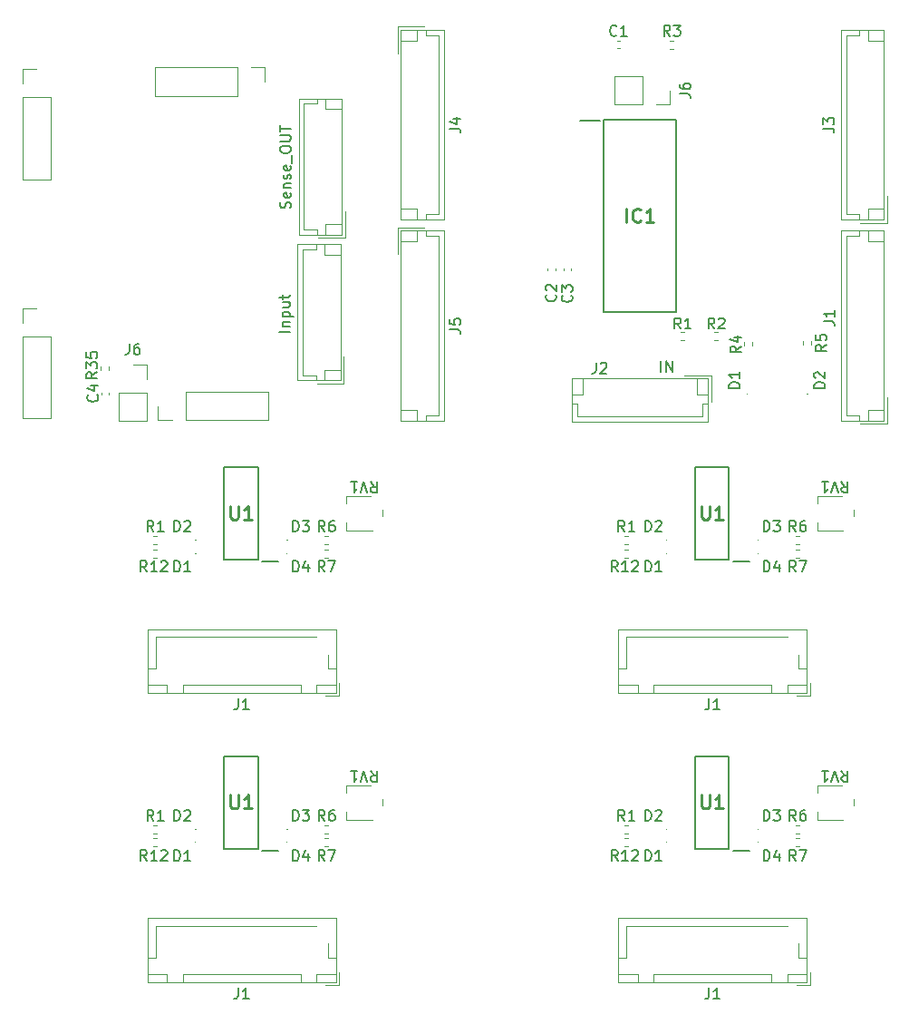
<source format=gbr>
%TF.GenerationSoftware,KiCad,Pcbnew,8.0.2*%
%TF.CreationDate,2024-05-05T14:43:23+02:00*%
%TF.ProjectId,Panelizacja 1,50616e65-6c69-47a6-9163-6a6120312e6b,rev?*%
%TF.SameCoordinates,Original*%
%TF.FileFunction,Legend,Top*%
%TF.FilePolarity,Positive*%
%FSLAX46Y46*%
G04 Gerber Fmt 4.6, Leading zero omitted, Abs format (unit mm)*
G04 Created by KiCad (PCBNEW 8.0.2) date 2024-05-05 14:43:23*
%MOMM*%
%LPD*%
G01*
G04 APERTURE LIST*
%ADD10C,0.160000*%
%ADD11C,0.254000*%
%ADD12C,0.120000*%
%ADD13C,0.100000*%
%ADD14C,0.200000*%
G04 APERTURE END LIST*
D10*
X66359060Y-51599166D02*
X66406680Y-51646785D01*
X66406680Y-51646785D02*
X66454299Y-51789642D01*
X66454299Y-51789642D02*
X66454299Y-51884880D01*
X66454299Y-51884880D02*
X66406680Y-52027737D01*
X66406680Y-52027737D02*
X66311441Y-52122975D01*
X66311441Y-52122975D02*
X66216203Y-52170594D01*
X66216203Y-52170594D02*
X66025727Y-52218213D01*
X66025727Y-52218213D02*
X65882870Y-52218213D01*
X65882870Y-52218213D02*
X65692394Y-52170594D01*
X65692394Y-52170594D02*
X65597156Y-52122975D01*
X65597156Y-52122975D02*
X65501918Y-52027737D01*
X65501918Y-52027737D02*
X65454299Y-51884880D01*
X65454299Y-51884880D02*
X65454299Y-51789642D01*
X65454299Y-51789642D02*
X65501918Y-51646785D01*
X65501918Y-51646785D02*
X65549537Y-51599166D01*
X65549537Y-51218213D02*
X65501918Y-51170594D01*
X65501918Y-51170594D02*
X65454299Y-51075356D01*
X65454299Y-51075356D02*
X65454299Y-50837261D01*
X65454299Y-50837261D02*
X65501918Y-50742023D01*
X65501918Y-50742023D02*
X65549537Y-50694404D01*
X65549537Y-50694404D02*
X65644775Y-50646785D01*
X65644775Y-50646785D02*
X65740013Y-50646785D01*
X65740013Y-50646785D02*
X65882870Y-50694404D01*
X65882870Y-50694404D02*
X66454299Y-51265832D01*
X66454299Y-51265832D02*
X66454299Y-50646785D01*
X72083333Y-27359060D02*
X72035714Y-27406680D01*
X72035714Y-27406680D02*
X71892857Y-27454299D01*
X71892857Y-27454299D02*
X71797619Y-27454299D01*
X71797619Y-27454299D02*
X71654762Y-27406680D01*
X71654762Y-27406680D02*
X71559524Y-27311441D01*
X71559524Y-27311441D02*
X71511905Y-27216203D01*
X71511905Y-27216203D02*
X71464286Y-27025727D01*
X71464286Y-27025727D02*
X71464286Y-26882870D01*
X71464286Y-26882870D02*
X71511905Y-26692394D01*
X71511905Y-26692394D02*
X71559524Y-26597156D01*
X71559524Y-26597156D02*
X71654762Y-26501918D01*
X71654762Y-26501918D02*
X71797619Y-26454299D01*
X71797619Y-26454299D02*
X71892857Y-26454299D01*
X71892857Y-26454299D02*
X72035714Y-26501918D01*
X72035714Y-26501918D02*
X72083333Y-26549537D01*
X73035714Y-27454299D02*
X72464286Y-27454299D01*
X72750000Y-27454299D02*
X72750000Y-26454299D01*
X72750000Y-26454299D02*
X72654762Y-26597156D01*
X72654762Y-26597156D02*
X72559524Y-26692394D01*
X72559524Y-26692394D02*
X72464286Y-26740013D01*
X77974299Y-32858333D02*
X78688584Y-32858333D01*
X78688584Y-32858333D02*
X78831441Y-32905952D01*
X78831441Y-32905952D02*
X78926680Y-33001190D01*
X78926680Y-33001190D02*
X78974299Y-33144047D01*
X78974299Y-33144047D02*
X78974299Y-33239285D01*
X77974299Y-31953571D02*
X77974299Y-32144047D01*
X77974299Y-32144047D02*
X78021918Y-32239285D01*
X78021918Y-32239285D02*
X78069537Y-32286904D01*
X78069537Y-32286904D02*
X78212394Y-32382142D01*
X78212394Y-32382142D02*
X78402870Y-32429761D01*
X78402870Y-32429761D02*
X78783822Y-32429761D01*
X78783822Y-32429761D02*
X78879060Y-32382142D01*
X78879060Y-32382142D02*
X78926680Y-32334523D01*
X78926680Y-32334523D02*
X78974299Y-32239285D01*
X78974299Y-32239285D02*
X78974299Y-32048809D01*
X78974299Y-32048809D02*
X78926680Y-31953571D01*
X78926680Y-31953571D02*
X78879060Y-31905952D01*
X78879060Y-31905952D02*
X78783822Y-31858333D01*
X78783822Y-31858333D02*
X78545727Y-31858333D01*
X78545727Y-31858333D02*
X78450489Y-31905952D01*
X78450489Y-31905952D02*
X78402870Y-31953571D01*
X78402870Y-31953571D02*
X78355251Y-32048809D01*
X78355251Y-32048809D02*
X78355251Y-32239285D01*
X78355251Y-32239285D02*
X78402870Y-32334523D01*
X78402870Y-32334523D02*
X78450489Y-32382142D01*
X78450489Y-32382142D02*
X78545727Y-32429761D01*
X83584299Y-60338094D02*
X82584299Y-60338094D01*
X82584299Y-60338094D02*
X82584299Y-60099999D01*
X82584299Y-60099999D02*
X82631918Y-59957142D01*
X82631918Y-59957142D02*
X82727156Y-59861904D01*
X82727156Y-59861904D02*
X82822394Y-59814285D01*
X82822394Y-59814285D02*
X83012870Y-59766666D01*
X83012870Y-59766666D02*
X83155727Y-59766666D01*
X83155727Y-59766666D02*
X83346203Y-59814285D01*
X83346203Y-59814285D02*
X83441441Y-59861904D01*
X83441441Y-59861904D02*
X83536680Y-59957142D01*
X83536680Y-59957142D02*
X83584299Y-60099999D01*
X83584299Y-60099999D02*
X83584299Y-60338094D01*
X83584299Y-58814285D02*
X83584299Y-59385713D01*
X83584299Y-59099999D02*
X82584299Y-59099999D01*
X82584299Y-59099999D02*
X82727156Y-59195237D01*
X82727156Y-59195237D02*
X82822394Y-59290475D01*
X82822394Y-59290475D02*
X82870013Y-59385713D01*
X70166666Y-57954299D02*
X70166666Y-58668584D01*
X70166666Y-58668584D02*
X70119047Y-58811441D01*
X70119047Y-58811441D02*
X70023809Y-58906680D01*
X70023809Y-58906680D02*
X69880952Y-58954299D01*
X69880952Y-58954299D02*
X69785714Y-58954299D01*
X70595238Y-58049537D02*
X70642857Y-58001918D01*
X70642857Y-58001918D02*
X70738095Y-57954299D01*
X70738095Y-57954299D02*
X70976190Y-57954299D01*
X70976190Y-57954299D02*
X71071428Y-58001918D01*
X71071428Y-58001918D02*
X71119047Y-58049537D01*
X71119047Y-58049537D02*
X71166666Y-58144775D01*
X71166666Y-58144775D02*
X71166666Y-58240013D01*
X71166666Y-58240013D02*
X71119047Y-58382870D01*
X71119047Y-58382870D02*
X70547619Y-58954299D01*
X70547619Y-58954299D02*
X71166666Y-58954299D01*
X76226191Y-58804299D02*
X76226191Y-57804299D01*
X76702381Y-58804299D02*
X76702381Y-57804299D01*
X76702381Y-57804299D02*
X77273809Y-58804299D01*
X77273809Y-58804299D02*
X77273809Y-57804299D01*
X91454299Y-54083333D02*
X92168584Y-54083333D01*
X92168584Y-54083333D02*
X92311441Y-54130952D01*
X92311441Y-54130952D02*
X92406680Y-54226190D01*
X92406680Y-54226190D02*
X92454299Y-54369047D01*
X92454299Y-54369047D02*
X92454299Y-54464285D01*
X92454299Y-53083333D02*
X92454299Y-53654761D01*
X92454299Y-53369047D02*
X91454299Y-53369047D01*
X91454299Y-53369047D02*
X91597156Y-53464285D01*
X91597156Y-53464285D02*
X91692394Y-53559523D01*
X91692394Y-53559523D02*
X91740013Y-53654761D01*
X81235833Y-54784299D02*
X80902500Y-54308108D01*
X80664405Y-54784299D02*
X80664405Y-53784299D01*
X80664405Y-53784299D02*
X81045357Y-53784299D01*
X81045357Y-53784299D02*
X81140595Y-53831918D01*
X81140595Y-53831918D02*
X81188214Y-53879537D01*
X81188214Y-53879537D02*
X81235833Y-53974775D01*
X81235833Y-53974775D02*
X81235833Y-54117632D01*
X81235833Y-54117632D02*
X81188214Y-54212870D01*
X81188214Y-54212870D02*
X81140595Y-54260489D01*
X81140595Y-54260489D02*
X81045357Y-54308108D01*
X81045357Y-54308108D02*
X80664405Y-54308108D01*
X81616786Y-53879537D02*
X81664405Y-53831918D01*
X81664405Y-53831918D02*
X81759643Y-53784299D01*
X81759643Y-53784299D02*
X81997738Y-53784299D01*
X81997738Y-53784299D02*
X82092976Y-53831918D01*
X82092976Y-53831918D02*
X82140595Y-53879537D01*
X82140595Y-53879537D02*
X82188214Y-53974775D01*
X82188214Y-53974775D02*
X82188214Y-54070013D01*
X82188214Y-54070013D02*
X82140595Y-54212870D01*
X82140595Y-54212870D02*
X81569167Y-54784299D01*
X81569167Y-54784299D02*
X82188214Y-54784299D01*
X67859060Y-51666666D02*
X67906680Y-51714285D01*
X67906680Y-51714285D02*
X67954299Y-51857142D01*
X67954299Y-51857142D02*
X67954299Y-51952380D01*
X67954299Y-51952380D02*
X67906680Y-52095237D01*
X67906680Y-52095237D02*
X67811441Y-52190475D01*
X67811441Y-52190475D02*
X67716203Y-52238094D01*
X67716203Y-52238094D02*
X67525727Y-52285713D01*
X67525727Y-52285713D02*
X67382870Y-52285713D01*
X67382870Y-52285713D02*
X67192394Y-52238094D01*
X67192394Y-52238094D02*
X67097156Y-52190475D01*
X67097156Y-52190475D02*
X67001918Y-52095237D01*
X67001918Y-52095237D02*
X66954299Y-51952380D01*
X66954299Y-51952380D02*
X66954299Y-51857142D01*
X66954299Y-51857142D02*
X67001918Y-51714285D01*
X67001918Y-51714285D02*
X67049537Y-51666666D01*
X66954299Y-51333332D02*
X66954299Y-50714285D01*
X66954299Y-50714285D02*
X67335251Y-51047618D01*
X67335251Y-51047618D02*
X67335251Y-50904761D01*
X67335251Y-50904761D02*
X67382870Y-50809523D01*
X67382870Y-50809523D02*
X67430489Y-50761904D01*
X67430489Y-50761904D02*
X67525727Y-50714285D01*
X67525727Y-50714285D02*
X67763822Y-50714285D01*
X67763822Y-50714285D02*
X67859060Y-50761904D01*
X67859060Y-50761904D02*
X67906680Y-50809523D01*
X67906680Y-50809523D02*
X67954299Y-50904761D01*
X67954299Y-50904761D02*
X67954299Y-51190475D01*
X67954299Y-51190475D02*
X67906680Y-51285713D01*
X67906680Y-51285713D02*
X67859060Y-51333332D01*
D11*
X73010237Y-44824318D02*
X73010237Y-43554318D01*
X74340714Y-44703365D02*
X74280238Y-44763842D01*
X74280238Y-44763842D02*
X74098809Y-44824318D01*
X74098809Y-44824318D02*
X73977857Y-44824318D01*
X73977857Y-44824318D02*
X73796428Y-44763842D01*
X73796428Y-44763842D02*
X73675476Y-44642889D01*
X73675476Y-44642889D02*
X73614999Y-44521937D01*
X73614999Y-44521937D02*
X73554523Y-44280032D01*
X73554523Y-44280032D02*
X73554523Y-44098603D01*
X73554523Y-44098603D02*
X73614999Y-43856699D01*
X73614999Y-43856699D02*
X73675476Y-43735746D01*
X73675476Y-43735746D02*
X73796428Y-43614794D01*
X73796428Y-43614794D02*
X73977857Y-43554318D01*
X73977857Y-43554318D02*
X74098809Y-43554318D01*
X74098809Y-43554318D02*
X74280238Y-43614794D01*
X74280238Y-43614794D02*
X74340714Y-43675270D01*
X75550238Y-44824318D02*
X74824523Y-44824318D01*
X75187380Y-44824318D02*
X75187380Y-43554318D01*
X75187380Y-43554318D02*
X75066428Y-43735746D01*
X75066428Y-43735746D02*
X74945476Y-43856699D01*
X74945476Y-43856699D02*
X74824523Y-43917175D01*
D10*
X78083333Y-54784299D02*
X77750000Y-54308108D01*
X77511905Y-54784299D02*
X77511905Y-53784299D01*
X77511905Y-53784299D02*
X77892857Y-53784299D01*
X77892857Y-53784299D02*
X77988095Y-53831918D01*
X77988095Y-53831918D02*
X78035714Y-53879537D01*
X78035714Y-53879537D02*
X78083333Y-53974775D01*
X78083333Y-53974775D02*
X78083333Y-54117632D01*
X78083333Y-54117632D02*
X78035714Y-54212870D01*
X78035714Y-54212870D02*
X77988095Y-54260489D01*
X77988095Y-54260489D02*
X77892857Y-54308108D01*
X77892857Y-54308108D02*
X77511905Y-54308108D01*
X79035714Y-54784299D02*
X78464286Y-54784299D01*
X78750000Y-54784299D02*
X78750000Y-53784299D01*
X78750000Y-53784299D02*
X78654762Y-53927156D01*
X78654762Y-53927156D02*
X78559524Y-54022394D01*
X78559524Y-54022394D02*
X78464286Y-54070013D01*
X56504299Y-36083333D02*
X57218584Y-36083333D01*
X57218584Y-36083333D02*
X57361441Y-36130952D01*
X57361441Y-36130952D02*
X57456680Y-36226190D01*
X57456680Y-36226190D02*
X57504299Y-36369047D01*
X57504299Y-36369047D02*
X57504299Y-36464285D01*
X56837632Y-35178571D02*
X57504299Y-35178571D01*
X56456680Y-35416666D02*
X57170965Y-35654761D01*
X57170965Y-35654761D02*
X57170965Y-35035714D01*
X83704299Y-56416666D02*
X83228108Y-56749999D01*
X83704299Y-56988094D02*
X82704299Y-56988094D01*
X82704299Y-56988094D02*
X82704299Y-56607142D01*
X82704299Y-56607142D02*
X82751918Y-56511904D01*
X82751918Y-56511904D02*
X82799537Y-56464285D01*
X82799537Y-56464285D02*
X82894775Y-56416666D01*
X82894775Y-56416666D02*
X83037632Y-56416666D01*
X83037632Y-56416666D02*
X83132870Y-56464285D01*
X83132870Y-56464285D02*
X83180489Y-56511904D01*
X83180489Y-56511904D02*
X83228108Y-56607142D01*
X83228108Y-56607142D02*
X83228108Y-56988094D01*
X83037632Y-55559523D02*
X83704299Y-55559523D01*
X82656680Y-55797618D02*
X83370965Y-56035713D01*
X83370965Y-56035713D02*
X83370965Y-55416666D01*
X91554299Y-60338094D02*
X90554299Y-60338094D01*
X90554299Y-60338094D02*
X90554299Y-60099999D01*
X90554299Y-60099999D02*
X90601918Y-59957142D01*
X90601918Y-59957142D02*
X90697156Y-59861904D01*
X90697156Y-59861904D02*
X90792394Y-59814285D01*
X90792394Y-59814285D02*
X90982870Y-59766666D01*
X90982870Y-59766666D02*
X91125727Y-59766666D01*
X91125727Y-59766666D02*
X91316203Y-59814285D01*
X91316203Y-59814285D02*
X91411441Y-59861904D01*
X91411441Y-59861904D02*
X91506680Y-59957142D01*
X91506680Y-59957142D02*
X91554299Y-60099999D01*
X91554299Y-60099999D02*
X91554299Y-60338094D01*
X90649537Y-59385713D02*
X90601918Y-59338094D01*
X90601918Y-59338094D02*
X90554299Y-59242856D01*
X90554299Y-59242856D02*
X90554299Y-59004761D01*
X90554299Y-59004761D02*
X90601918Y-58909523D01*
X90601918Y-58909523D02*
X90649537Y-58861904D01*
X90649537Y-58861904D02*
X90744775Y-58814285D01*
X90744775Y-58814285D02*
X90840013Y-58814285D01*
X90840013Y-58814285D02*
X90982870Y-58861904D01*
X90982870Y-58861904D02*
X91554299Y-59433332D01*
X91554299Y-59433332D02*
X91554299Y-58814285D01*
X77083333Y-27454299D02*
X76750000Y-26978108D01*
X76511905Y-27454299D02*
X76511905Y-26454299D01*
X76511905Y-26454299D02*
X76892857Y-26454299D01*
X76892857Y-26454299D02*
X76988095Y-26501918D01*
X76988095Y-26501918D02*
X77035714Y-26549537D01*
X77035714Y-26549537D02*
X77083333Y-26644775D01*
X77083333Y-26644775D02*
X77083333Y-26787632D01*
X77083333Y-26787632D02*
X77035714Y-26882870D01*
X77035714Y-26882870D02*
X76988095Y-26930489D01*
X76988095Y-26930489D02*
X76892857Y-26978108D01*
X76892857Y-26978108D02*
X76511905Y-26978108D01*
X77416667Y-26454299D02*
X78035714Y-26454299D01*
X78035714Y-26454299D02*
X77702381Y-26835251D01*
X77702381Y-26835251D02*
X77845238Y-26835251D01*
X77845238Y-26835251D02*
X77940476Y-26882870D01*
X77940476Y-26882870D02*
X77988095Y-26930489D01*
X77988095Y-26930489D02*
X78035714Y-27025727D01*
X78035714Y-27025727D02*
X78035714Y-27263822D01*
X78035714Y-27263822D02*
X77988095Y-27359060D01*
X77988095Y-27359060D02*
X77940476Y-27406680D01*
X77940476Y-27406680D02*
X77845238Y-27454299D01*
X77845238Y-27454299D02*
X77559524Y-27454299D01*
X77559524Y-27454299D02*
X77464286Y-27406680D01*
X77464286Y-27406680D02*
X77416667Y-27359060D01*
X91704299Y-56266666D02*
X91228108Y-56599999D01*
X91704299Y-56838094D02*
X90704299Y-56838094D01*
X90704299Y-56838094D02*
X90704299Y-56457142D01*
X90704299Y-56457142D02*
X90751918Y-56361904D01*
X90751918Y-56361904D02*
X90799537Y-56314285D01*
X90799537Y-56314285D02*
X90894775Y-56266666D01*
X90894775Y-56266666D02*
X91037632Y-56266666D01*
X91037632Y-56266666D02*
X91132870Y-56314285D01*
X91132870Y-56314285D02*
X91180489Y-56361904D01*
X91180489Y-56361904D02*
X91228108Y-56457142D01*
X91228108Y-56457142D02*
X91228108Y-56838094D01*
X90704299Y-55361904D02*
X90704299Y-55838094D01*
X90704299Y-55838094D02*
X91180489Y-55885713D01*
X91180489Y-55885713D02*
X91132870Y-55838094D01*
X91132870Y-55838094D02*
X91085251Y-55742856D01*
X91085251Y-55742856D02*
X91085251Y-55504761D01*
X91085251Y-55504761D02*
X91132870Y-55409523D01*
X91132870Y-55409523D02*
X91180489Y-55361904D01*
X91180489Y-55361904D02*
X91275727Y-55314285D01*
X91275727Y-55314285D02*
X91513822Y-55314285D01*
X91513822Y-55314285D02*
X91609060Y-55361904D01*
X91609060Y-55361904D02*
X91656680Y-55409523D01*
X91656680Y-55409523D02*
X91704299Y-55504761D01*
X91704299Y-55504761D02*
X91704299Y-55742856D01*
X91704299Y-55742856D02*
X91656680Y-55838094D01*
X91656680Y-55838094D02*
X91609060Y-55885713D01*
X56504299Y-54833333D02*
X57218584Y-54833333D01*
X57218584Y-54833333D02*
X57361441Y-54880952D01*
X57361441Y-54880952D02*
X57456680Y-54976190D01*
X57456680Y-54976190D02*
X57504299Y-55119047D01*
X57504299Y-55119047D02*
X57504299Y-55214285D01*
X56504299Y-53880952D02*
X56504299Y-54357142D01*
X56504299Y-54357142D02*
X56980489Y-54404761D01*
X56980489Y-54404761D02*
X56932870Y-54357142D01*
X56932870Y-54357142D02*
X56885251Y-54261904D01*
X56885251Y-54261904D02*
X56885251Y-54023809D01*
X56885251Y-54023809D02*
X56932870Y-53928571D01*
X56932870Y-53928571D02*
X56980489Y-53880952D01*
X56980489Y-53880952D02*
X57075727Y-53833333D01*
X57075727Y-53833333D02*
X57313822Y-53833333D01*
X57313822Y-53833333D02*
X57409060Y-53880952D01*
X57409060Y-53880952D02*
X57456680Y-53928571D01*
X57456680Y-53928571D02*
X57504299Y-54023809D01*
X57504299Y-54023809D02*
X57504299Y-54261904D01*
X57504299Y-54261904D02*
X57456680Y-54357142D01*
X57456680Y-54357142D02*
X57409060Y-54404761D01*
X91404299Y-36083333D02*
X92118584Y-36083333D01*
X92118584Y-36083333D02*
X92261441Y-36130952D01*
X92261441Y-36130952D02*
X92356680Y-36226190D01*
X92356680Y-36226190D02*
X92404299Y-36369047D01*
X92404299Y-36369047D02*
X92404299Y-36464285D01*
X91404299Y-35702380D02*
X91404299Y-35083333D01*
X91404299Y-35083333D02*
X91785251Y-35416666D01*
X91785251Y-35416666D02*
X91785251Y-35273809D01*
X91785251Y-35273809D02*
X91832870Y-35178571D01*
X91832870Y-35178571D02*
X91880489Y-35130952D01*
X91880489Y-35130952D02*
X91975727Y-35083333D01*
X91975727Y-35083333D02*
X92213822Y-35083333D01*
X92213822Y-35083333D02*
X92309060Y-35130952D01*
X92309060Y-35130952D02*
X92356680Y-35178571D01*
X92356680Y-35178571D02*
X92404299Y-35273809D01*
X92404299Y-35273809D02*
X92404299Y-35559523D01*
X92404299Y-35559523D02*
X92356680Y-35654761D01*
X92356680Y-35654761D02*
X92309060Y-35702380D01*
X49095238Y-69045700D02*
X49428571Y-69521891D01*
X49666666Y-69045700D02*
X49666666Y-70045700D01*
X49666666Y-70045700D02*
X49285714Y-70045700D01*
X49285714Y-70045700D02*
X49190476Y-69998081D01*
X49190476Y-69998081D02*
X49142857Y-69950462D01*
X49142857Y-69950462D02*
X49095238Y-69855224D01*
X49095238Y-69855224D02*
X49095238Y-69712367D01*
X49095238Y-69712367D02*
X49142857Y-69617129D01*
X49142857Y-69617129D02*
X49190476Y-69569510D01*
X49190476Y-69569510D02*
X49285714Y-69521891D01*
X49285714Y-69521891D02*
X49666666Y-69521891D01*
X48809523Y-70045700D02*
X48476190Y-69045700D01*
X48476190Y-69045700D02*
X48142857Y-70045700D01*
X47285714Y-69045700D02*
X47857142Y-69045700D01*
X47571428Y-69045700D02*
X47571428Y-70045700D01*
X47571428Y-70045700D02*
X47666666Y-69902843D01*
X47666666Y-69902843D02*
X47761904Y-69807605D01*
X47761904Y-69807605D02*
X47857142Y-69759986D01*
X30761905Y-77454299D02*
X30761905Y-76454299D01*
X30761905Y-76454299D02*
X31000000Y-76454299D01*
X31000000Y-76454299D02*
X31142857Y-76501918D01*
X31142857Y-76501918D02*
X31238095Y-76597156D01*
X31238095Y-76597156D02*
X31285714Y-76692394D01*
X31285714Y-76692394D02*
X31333333Y-76882870D01*
X31333333Y-76882870D02*
X31333333Y-77025727D01*
X31333333Y-77025727D02*
X31285714Y-77216203D01*
X31285714Y-77216203D02*
X31238095Y-77311441D01*
X31238095Y-77311441D02*
X31142857Y-77406680D01*
X31142857Y-77406680D02*
X31000000Y-77454299D01*
X31000000Y-77454299D02*
X30761905Y-77454299D01*
X32285714Y-77454299D02*
X31714286Y-77454299D01*
X32000000Y-77454299D02*
X32000000Y-76454299D01*
X32000000Y-76454299D02*
X31904762Y-76597156D01*
X31904762Y-76597156D02*
X31809524Y-76692394D01*
X31809524Y-76692394D02*
X31714286Y-76740013D01*
X49095238Y-96045700D02*
X49428571Y-96521891D01*
X49666666Y-96045700D02*
X49666666Y-97045700D01*
X49666666Y-97045700D02*
X49285714Y-97045700D01*
X49285714Y-97045700D02*
X49190476Y-96998081D01*
X49190476Y-96998081D02*
X49142857Y-96950462D01*
X49142857Y-96950462D02*
X49095238Y-96855224D01*
X49095238Y-96855224D02*
X49095238Y-96712367D01*
X49095238Y-96712367D02*
X49142857Y-96617129D01*
X49142857Y-96617129D02*
X49190476Y-96569510D01*
X49190476Y-96569510D02*
X49285714Y-96521891D01*
X49285714Y-96521891D02*
X49666666Y-96521891D01*
X48809523Y-97045700D02*
X48476190Y-96045700D01*
X48476190Y-96045700D02*
X48142857Y-97045700D01*
X47285714Y-96045700D02*
X47857142Y-96045700D01*
X47571428Y-96045700D02*
X47571428Y-97045700D01*
X47571428Y-97045700D02*
X47666666Y-96902843D01*
X47666666Y-96902843D02*
X47761904Y-96807605D01*
X47761904Y-96807605D02*
X47857142Y-96759986D01*
X36727666Y-116329299D02*
X36727666Y-117043584D01*
X36727666Y-117043584D02*
X36680047Y-117186441D01*
X36680047Y-117186441D02*
X36584809Y-117281680D01*
X36584809Y-117281680D02*
X36441952Y-117329299D01*
X36441952Y-117329299D02*
X36346714Y-117329299D01*
X37727666Y-117329299D02*
X37156238Y-117329299D01*
X37441952Y-117329299D02*
X37441952Y-116329299D01*
X37441952Y-116329299D02*
X37346714Y-116472156D01*
X37346714Y-116472156D02*
X37251476Y-116567394D01*
X37251476Y-116567394D02*
X37156238Y-116615013D01*
X23559060Y-60966666D02*
X23606680Y-61014285D01*
X23606680Y-61014285D02*
X23654299Y-61157142D01*
X23654299Y-61157142D02*
X23654299Y-61252380D01*
X23654299Y-61252380D02*
X23606680Y-61395237D01*
X23606680Y-61395237D02*
X23511441Y-61490475D01*
X23511441Y-61490475D02*
X23416203Y-61538094D01*
X23416203Y-61538094D02*
X23225727Y-61585713D01*
X23225727Y-61585713D02*
X23082870Y-61585713D01*
X23082870Y-61585713D02*
X22892394Y-61538094D01*
X22892394Y-61538094D02*
X22797156Y-61490475D01*
X22797156Y-61490475D02*
X22701918Y-61395237D01*
X22701918Y-61395237D02*
X22654299Y-61252380D01*
X22654299Y-61252380D02*
X22654299Y-61157142D01*
X22654299Y-61157142D02*
X22701918Y-61014285D01*
X22701918Y-61014285D02*
X22749537Y-60966666D01*
X22987632Y-60109523D02*
X23654299Y-60109523D01*
X22606680Y-60347618D02*
X23320965Y-60585713D01*
X23320965Y-60585713D02*
X23320965Y-59966666D01*
X23554299Y-58842857D02*
X23078108Y-59176190D01*
X23554299Y-59414285D02*
X22554299Y-59414285D01*
X22554299Y-59414285D02*
X22554299Y-59033333D01*
X22554299Y-59033333D02*
X22601918Y-58938095D01*
X22601918Y-58938095D02*
X22649537Y-58890476D01*
X22649537Y-58890476D02*
X22744775Y-58842857D01*
X22744775Y-58842857D02*
X22887632Y-58842857D01*
X22887632Y-58842857D02*
X22982870Y-58890476D01*
X22982870Y-58890476D02*
X23030489Y-58938095D01*
X23030489Y-58938095D02*
X23078108Y-59033333D01*
X23078108Y-59033333D02*
X23078108Y-59414285D01*
X22554299Y-58509523D02*
X22554299Y-57890476D01*
X22554299Y-57890476D02*
X22935251Y-58223809D01*
X22935251Y-58223809D02*
X22935251Y-58080952D01*
X22935251Y-58080952D02*
X22982870Y-57985714D01*
X22982870Y-57985714D02*
X23030489Y-57938095D01*
X23030489Y-57938095D02*
X23125727Y-57890476D01*
X23125727Y-57890476D02*
X23363822Y-57890476D01*
X23363822Y-57890476D02*
X23459060Y-57938095D01*
X23459060Y-57938095D02*
X23506680Y-57985714D01*
X23506680Y-57985714D02*
X23554299Y-58080952D01*
X23554299Y-58080952D02*
X23554299Y-58366666D01*
X23554299Y-58366666D02*
X23506680Y-58461904D01*
X23506680Y-58461904D02*
X23459060Y-58509523D01*
X22554299Y-56985714D02*
X22554299Y-57461904D01*
X22554299Y-57461904D02*
X23030489Y-57509523D01*
X23030489Y-57509523D02*
X22982870Y-57461904D01*
X22982870Y-57461904D02*
X22935251Y-57366666D01*
X22935251Y-57366666D02*
X22935251Y-57128571D01*
X22935251Y-57128571D02*
X22982870Y-57033333D01*
X22982870Y-57033333D02*
X23030489Y-56985714D01*
X23030489Y-56985714D02*
X23125727Y-56938095D01*
X23125727Y-56938095D02*
X23363822Y-56938095D01*
X23363822Y-56938095D02*
X23459060Y-56985714D01*
X23459060Y-56985714D02*
X23506680Y-57033333D01*
X23506680Y-57033333D02*
X23554299Y-57128571D01*
X23554299Y-57128571D02*
X23554299Y-57366666D01*
X23554299Y-57366666D02*
X23506680Y-57461904D01*
X23506680Y-57461904D02*
X23459060Y-57509523D01*
X41834405Y-104454299D02*
X41834405Y-103454299D01*
X41834405Y-103454299D02*
X42072500Y-103454299D01*
X42072500Y-103454299D02*
X42215357Y-103501918D01*
X42215357Y-103501918D02*
X42310595Y-103597156D01*
X42310595Y-103597156D02*
X42358214Y-103692394D01*
X42358214Y-103692394D02*
X42405833Y-103882870D01*
X42405833Y-103882870D02*
X42405833Y-104025727D01*
X42405833Y-104025727D02*
X42358214Y-104216203D01*
X42358214Y-104216203D02*
X42310595Y-104311441D01*
X42310595Y-104311441D02*
X42215357Y-104406680D01*
X42215357Y-104406680D02*
X42072500Y-104454299D01*
X42072500Y-104454299D02*
X41834405Y-104454299D01*
X43262976Y-103787632D02*
X43262976Y-104454299D01*
X43024881Y-103406680D02*
X42786786Y-104120965D01*
X42786786Y-104120965D02*
X43405833Y-104120965D01*
X74761905Y-100704299D02*
X74761905Y-99704299D01*
X74761905Y-99704299D02*
X75000000Y-99704299D01*
X75000000Y-99704299D02*
X75142857Y-99751918D01*
X75142857Y-99751918D02*
X75238095Y-99847156D01*
X75238095Y-99847156D02*
X75285714Y-99942394D01*
X75285714Y-99942394D02*
X75333333Y-100132870D01*
X75333333Y-100132870D02*
X75333333Y-100275727D01*
X75333333Y-100275727D02*
X75285714Y-100466203D01*
X75285714Y-100466203D02*
X75238095Y-100561441D01*
X75238095Y-100561441D02*
X75142857Y-100656680D01*
X75142857Y-100656680D02*
X75000000Y-100704299D01*
X75000000Y-100704299D02*
X74761905Y-100704299D01*
X75714286Y-99799537D02*
X75761905Y-99751918D01*
X75761905Y-99751918D02*
X75857143Y-99704299D01*
X75857143Y-99704299D02*
X76095238Y-99704299D01*
X76095238Y-99704299D02*
X76190476Y-99751918D01*
X76190476Y-99751918D02*
X76238095Y-99799537D01*
X76238095Y-99799537D02*
X76285714Y-99894775D01*
X76285714Y-99894775D02*
X76285714Y-99990013D01*
X76285714Y-99990013D02*
X76238095Y-100132870D01*
X76238095Y-100132870D02*
X75666667Y-100704299D01*
X75666667Y-100704299D02*
X76285714Y-100704299D01*
X88833333Y-104454299D02*
X88500000Y-103978108D01*
X88261905Y-104454299D02*
X88261905Y-103454299D01*
X88261905Y-103454299D02*
X88642857Y-103454299D01*
X88642857Y-103454299D02*
X88738095Y-103501918D01*
X88738095Y-103501918D02*
X88785714Y-103549537D01*
X88785714Y-103549537D02*
X88833333Y-103644775D01*
X88833333Y-103644775D02*
X88833333Y-103787632D01*
X88833333Y-103787632D02*
X88785714Y-103882870D01*
X88785714Y-103882870D02*
X88738095Y-103930489D01*
X88738095Y-103930489D02*
X88642857Y-103978108D01*
X88642857Y-103978108D02*
X88261905Y-103978108D01*
X89166667Y-103454299D02*
X89833333Y-103454299D01*
X89833333Y-103454299D02*
X89404762Y-104454299D01*
X44833333Y-100704299D02*
X44500000Y-100228108D01*
X44261905Y-100704299D02*
X44261905Y-99704299D01*
X44261905Y-99704299D02*
X44642857Y-99704299D01*
X44642857Y-99704299D02*
X44738095Y-99751918D01*
X44738095Y-99751918D02*
X44785714Y-99799537D01*
X44785714Y-99799537D02*
X44833333Y-99894775D01*
X44833333Y-99894775D02*
X44833333Y-100037632D01*
X44833333Y-100037632D02*
X44785714Y-100132870D01*
X44785714Y-100132870D02*
X44738095Y-100180489D01*
X44738095Y-100180489D02*
X44642857Y-100228108D01*
X44642857Y-100228108D02*
X44261905Y-100228108D01*
X45690476Y-99704299D02*
X45500000Y-99704299D01*
X45500000Y-99704299D02*
X45404762Y-99751918D01*
X45404762Y-99751918D02*
X45357143Y-99799537D01*
X45357143Y-99799537D02*
X45261905Y-99942394D01*
X45261905Y-99942394D02*
X45214286Y-100132870D01*
X45214286Y-100132870D02*
X45214286Y-100513822D01*
X45214286Y-100513822D02*
X45261905Y-100609060D01*
X45261905Y-100609060D02*
X45309524Y-100656680D01*
X45309524Y-100656680D02*
X45404762Y-100704299D01*
X45404762Y-100704299D02*
X45595238Y-100704299D01*
X45595238Y-100704299D02*
X45690476Y-100656680D01*
X45690476Y-100656680D02*
X45738095Y-100609060D01*
X45738095Y-100609060D02*
X45785714Y-100513822D01*
X45785714Y-100513822D02*
X45785714Y-100275727D01*
X45785714Y-100275727D02*
X45738095Y-100180489D01*
X45738095Y-100180489D02*
X45690476Y-100132870D01*
X45690476Y-100132870D02*
X45595238Y-100085251D01*
X45595238Y-100085251D02*
X45404762Y-100085251D01*
X45404762Y-100085251D02*
X45309524Y-100132870D01*
X45309524Y-100132870D02*
X45261905Y-100180489D01*
X45261905Y-100180489D02*
X45214286Y-100275727D01*
X88833333Y-100704299D02*
X88500000Y-100228108D01*
X88261905Y-100704299D02*
X88261905Y-99704299D01*
X88261905Y-99704299D02*
X88642857Y-99704299D01*
X88642857Y-99704299D02*
X88738095Y-99751918D01*
X88738095Y-99751918D02*
X88785714Y-99799537D01*
X88785714Y-99799537D02*
X88833333Y-99894775D01*
X88833333Y-99894775D02*
X88833333Y-100037632D01*
X88833333Y-100037632D02*
X88785714Y-100132870D01*
X88785714Y-100132870D02*
X88738095Y-100180489D01*
X88738095Y-100180489D02*
X88642857Y-100228108D01*
X88642857Y-100228108D02*
X88261905Y-100228108D01*
X89690476Y-99704299D02*
X89500000Y-99704299D01*
X89500000Y-99704299D02*
X89404762Y-99751918D01*
X89404762Y-99751918D02*
X89357143Y-99799537D01*
X89357143Y-99799537D02*
X89261905Y-99942394D01*
X89261905Y-99942394D02*
X89214286Y-100132870D01*
X89214286Y-100132870D02*
X89214286Y-100513822D01*
X89214286Y-100513822D02*
X89261905Y-100609060D01*
X89261905Y-100609060D02*
X89309524Y-100656680D01*
X89309524Y-100656680D02*
X89404762Y-100704299D01*
X89404762Y-100704299D02*
X89595238Y-100704299D01*
X89595238Y-100704299D02*
X89690476Y-100656680D01*
X89690476Y-100656680D02*
X89738095Y-100609060D01*
X89738095Y-100609060D02*
X89785714Y-100513822D01*
X89785714Y-100513822D02*
X89785714Y-100275727D01*
X89785714Y-100275727D02*
X89738095Y-100180489D01*
X89738095Y-100180489D02*
X89690476Y-100132870D01*
X89690476Y-100132870D02*
X89595238Y-100085251D01*
X89595238Y-100085251D02*
X89404762Y-100085251D01*
X89404762Y-100085251D02*
X89309524Y-100132870D01*
X89309524Y-100132870D02*
X89261905Y-100180489D01*
X89261905Y-100180489D02*
X89214286Y-100275727D01*
X93095238Y-69045700D02*
X93428571Y-69521891D01*
X93666666Y-69045700D02*
X93666666Y-70045700D01*
X93666666Y-70045700D02*
X93285714Y-70045700D01*
X93285714Y-70045700D02*
X93190476Y-69998081D01*
X93190476Y-69998081D02*
X93142857Y-69950462D01*
X93142857Y-69950462D02*
X93095238Y-69855224D01*
X93095238Y-69855224D02*
X93095238Y-69712367D01*
X93095238Y-69712367D02*
X93142857Y-69617129D01*
X93142857Y-69617129D02*
X93190476Y-69569510D01*
X93190476Y-69569510D02*
X93285714Y-69521891D01*
X93285714Y-69521891D02*
X93666666Y-69521891D01*
X92809523Y-70045700D02*
X92476190Y-69045700D01*
X92476190Y-69045700D02*
X92142857Y-70045700D01*
X91285714Y-69045700D02*
X91857142Y-69045700D01*
X91571428Y-69045700D02*
X91571428Y-70045700D01*
X91571428Y-70045700D02*
X91666666Y-69902843D01*
X91666666Y-69902843D02*
X91761904Y-69807605D01*
X91761904Y-69807605D02*
X91857142Y-69759986D01*
X30761905Y-100704299D02*
X30761905Y-99704299D01*
X30761905Y-99704299D02*
X31000000Y-99704299D01*
X31000000Y-99704299D02*
X31142857Y-99751918D01*
X31142857Y-99751918D02*
X31238095Y-99847156D01*
X31238095Y-99847156D02*
X31285714Y-99942394D01*
X31285714Y-99942394D02*
X31333333Y-100132870D01*
X31333333Y-100132870D02*
X31333333Y-100275727D01*
X31333333Y-100275727D02*
X31285714Y-100466203D01*
X31285714Y-100466203D02*
X31238095Y-100561441D01*
X31238095Y-100561441D02*
X31142857Y-100656680D01*
X31142857Y-100656680D02*
X31000000Y-100704299D01*
X31000000Y-100704299D02*
X30761905Y-100704299D01*
X31714286Y-99799537D02*
X31761905Y-99751918D01*
X31761905Y-99751918D02*
X31857143Y-99704299D01*
X31857143Y-99704299D02*
X32095238Y-99704299D01*
X32095238Y-99704299D02*
X32190476Y-99751918D01*
X32190476Y-99751918D02*
X32238095Y-99799537D01*
X32238095Y-99799537D02*
X32285714Y-99894775D01*
X32285714Y-99894775D02*
X32285714Y-99990013D01*
X32285714Y-99990013D02*
X32238095Y-100132870D01*
X32238095Y-100132870D02*
X31666667Y-100704299D01*
X31666667Y-100704299D02*
X32285714Y-100704299D01*
X85834405Y-100704299D02*
X85834405Y-99704299D01*
X85834405Y-99704299D02*
X86072500Y-99704299D01*
X86072500Y-99704299D02*
X86215357Y-99751918D01*
X86215357Y-99751918D02*
X86310595Y-99847156D01*
X86310595Y-99847156D02*
X86358214Y-99942394D01*
X86358214Y-99942394D02*
X86405833Y-100132870D01*
X86405833Y-100132870D02*
X86405833Y-100275727D01*
X86405833Y-100275727D02*
X86358214Y-100466203D01*
X86358214Y-100466203D02*
X86310595Y-100561441D01*
X86310595Y-100561441D02*
X86215357Y-100656680D01*
X86215357Y-100656680D02*
X86072500Y-100704299D01*
X86072500Y-100704299D02*
X85834405Y-100704299D01*
X86739167Y-99704299D02*
X87358214Y-99704299D01*
X87358214Y-99704299D02*
X87024881Y-100085251D01*
X87024881Y-100085251D02*
X87167738Y-100085251D01*
X87167738Y-100085251D02*
X87262976Y-100132870D01*
X87262976Y-100132870D02*
X87310595Y-100180489D01*
X87310595Y-100180489D02*
X87358214Y-100275727D01*
X87358214Y-100275727D02*
X87358214Y-100513822D01*
X87358214Y-100513822D02*
X87310595Y-100609060D01*
X87310595Y-100609060D02*
X87262976Y-100656680D01*
X87262976Y-100656680D02*
X87167738Y-100704299D01*
X87167738Y-100704299D02*
X86882024Y-100704299D01*
X86882024Y-100704299D02*
X86786786Y-100656680D01*
X86786786Y-100656680D02*
X86739167Y-100609060D01*
X44833333Y-104454299D02*
X44500000Y-103978108D01*
X44261905Y-104454299D02*
X44261905Y-103454299D01*
X44261905Y-103454299D02*
X44642857Y-103454299D01*
X44642857Y-103454299D02*
X44738095Y-103501918D01*
X44738095Y-103501918D02*
X44785714Y-103549537D01*
X44785714Y-103549537D02*
X44833333Y-103644775D01*
X44833333Y-103644775D02*
X44833333Y-103787632D01*
X44833333Y-103787632D02*
X44785714Y-103882870D01*
X44785714Y-103882870D02*
X44738095Y-103930489D01*
X44738095Y-103930489D02*
X44642857Y-103978108D01*
X44642857Y-103978108D02*
X44261905Y-103978108D01*
X45166667Y-103454299D02*
X45833333Y-103454299D01*
X45833333Y-103454299D02*
X45404762Y-104454299D01*
X44833333Y-73704299D02*
X44500000Y-73228108D01*
X44261905Y-73704299D02*
X44261905Y-72704299D01*
X44261905Y-72704299D02*
X44642857Y-72704299D01*
X44642857Y-72704299D02*
X44738095Y-72751918D01*
X44738095Y-72751918D02*
X44785714Y-72799537D01*
X44785714Y-72799537D02*
X44833333Y-72894775D01*
X44833333Y-72894775D02*
X44833333Y-73037632D01*
X44833333Y-73037632D02*
X44785714Y-73132870D01*
X44785714Y-73132870D02*
X44738095Y-73180489D01*
X44738095Y-73180489D02*
X44642857Y-73228108D01*
X44642857Y-73228108D02*
X44261905Y-73228108D01*
X45690476Y-72704299D02*
X45500000Y-72704299D01*
X45500000Y-72704299D02*
X45404762Y-72751918D01*
X45404762Y-72751918D02*
X45357143Y-72799537D01*
X45357143Y-72799537D02*
X45261905Y-72942394D01*
X45261905Y-72942394D02*
X45214286Y-73132870D01*
X45214286Y-73132870D02*
X45214286Y-73513822D01*
X45214286Y-73513822D02*
X45261905Y-73609060D01*
X45261905Y-73609060D02*
X45309524Y-73656680D01*
X45309524Y-73656680D02*
X45404762Y-73704299D01*
X45404762Y-73704299D02*
X45595238Y-73704299D01*
X45595238Y-73704299D02*
X45690476Y-73656680D01*
X45690476Y-73656680D02*
X45738095Y-73609060D01*
X45738095Y-73609060D02*
X45785714Y-73513822D01*
X45785714Y-73513822D02*
X45785714Y-73275727D01*
X45785714Y-73275727D02*
X45738095Y-73180489D01*
X45738095Y-73180489D02*
X45690476Y-73132870D01*
X45690476Y-73132870D02*
X45595238Y-73085251D01*
X45595238Y-73085251D02*
X45404762Y-73085251D01*
X45404762Y-73085251D02*
X45309524Y-73132870D01*
X45309524Y-73132870D02*
X45261905Y-73180489D01*
X45261905Y-73180489D02*
X45214286Y-73275727D01*
D11*
X36032380Y-71304318D02*
X36032380Y-72332413D01*
X36032380Y-72332413D02*
X36092857Y-72453365D01*
X36092857Y-72453365D02*
X36153333Y-72513842D01*
X36153333Y-72513842D02*
X36274285Y-72574318D01*
X36274285Y-72574318D02*
X36516190Y-72574318D01*
X36516190Y-72574318D02*
X36637142Y-72513842D01*
X36637142Y-72513842D02*
X36697619Y-72453365D01*
X36697619Y-72453365D02*
X36758095Y-72332413D01*
X36758095Y-72332413D02*
X36758095Y-71304318D01*
X38028095Y-72574318D02*
X37302380Y-72574318D01*
X37665237Y-72574318D02*
X37665237Y-71304318D01*
X37665237Y-71304318D02*
X37544285Y-71485746D01*
X37544285Y-71485746D02*
X37423333Y-71606699D01*
X37423333Y-71606699D02*
X37302380Y-71667175D01*
D10*
X74761905Y-73704299D02*
X74761905Y-72704299D01*
X74761905Y-72704299D02*
X75000000Y-72704299D01*
X75000000Y-72704299D02*
X75142857Y-72751918D01*
X75142857Y-72751918D02*
X75238095Y-72847156D01*
X75238095Y-72847156D02*
X75285714Y-72942394D01*
X75285714Y-72942394D02*
X75333333Y-73132870D01*
X75333333Y-73132870D02*
X75333333Y-73275727D01*
X75333333Y-73275727D02*
X75285714Y-73466203D01*
X75285714Y-73466203D02*
X75238095Y-73561441D01*
X75238095Y-73561441D02*
X75142857Y-73656680D01*
X75142857Y-73656680D02*
X75000000Y-73704299D01*
X75000000Y-73704299D02*
X74761905Y-73704299D01*
X75714286Y-72799537D02*
X75761905Y-72751918D01*
X75761905Y-72751918D02*
X75857143Y-72704299D01*
X75857143Y-72704299D02*
X76095238Y-72704299D01*
X76095238Y-72704299D02*
X76190476Y-72751918D01*
X76190476Y-72751918D02*
X76238095Y-72799537D01*
X76238095Y-72799537D02*
X76285714Y-72894775D01*
X76285714Y-72894775D02*
X76285714Y-72990013D01*
X76285714Y-72990013D02*
X76238095Y-73132870D01*
X76238095Y-73132870D02*
X75666667Y-73704299D01*
X75666667Y-73704299D02*
X76285714Y-73704299D01*
X88833333Y-77454299D02*
X88500000Y-76978108D01*
X88261905Y-77454299D02*
X88261905Y-76454299D01*
X88261905Y-76454299D02*
X88642857Y-76454299D01*
X88642857Y-76454299D02*
X88738095Y-76501918D01*
X88738095Y-76501918D02*
X88785714Y-76549537D01*
X88785714Y-76549537D02*
X88833333Y-76644775D01*
X88833333Y-76644775D02*
X88833333Y-76787632D01*
X88833333Y-76787632D02*
X88785714Y-76882870D01*
X88785714Y-76882870D02*
X88738095Y-76930489D01*
X88738095Y-76930489D02*
X88642857Y-76978108D01*
X88642857Y-76978108D02*
X88261905Y-76978108D01*
X89166667Y-76454299D02*
X89833333Y-76454299D01*
X89833333Y-76454299D02*
X89404762Y-77454299D01*
X72204642Y-77454299D02*
X71871309Y-76978108D01*
X71633214Y-77454299D02*
X71633214Y-76454299D01*
X71633214Y-76454299D02*
X72014166Y-76454299D01*
X72014166Y-76454299D02*
X72109404Y-76501918D01*
X72109404Y-76501918D02*
X72157023Y-76549537D01*
X72157023Y-76549537D02*
X72204642Y-76644775D01*
X72204642Y-76644775D02*
X72204642Y-76787632D01*
X72204642Y-76787632D02*
X72157023Y-76882870D01*
X72157023Y-76882870D02*
X72109404Y-76930489D01*
X72109404Y-76930489D02*
X72014166Y-76978108D01*
X72014166Y-76978108D02*
X71633214Y-76978108D01*
X73157023Y-77454299D02*
X72585595Y-77454299D01*
X72871309Y-77454299D02*
X72871309Y-76454299D01*
X72871309Y-76454299D02*
X72776071Y-76597156D01*
X72776071Y-76597156D02*
X72680833Y-76692394D01*
X72680833Y-76692394D02*
X72585595Y-76740013D01*
X73537976Y-76549537D02*
X73585595Y-76501918D01*
X73585595Y-76501918D02*
X73680833Y-76454299D01*
X73680833Y-76454299D02*
X73918928Y-76454299D01*
X73918928Y-76454299D02*
X74014166Y-76501918D01*
X74014166Y-76501918D02*
X74061785Y-76549537D01*
X74061785Y-76549537D02*
X74109404Y-76644775D01*
X74109404Y-76644775D02*
X74109404Y-76740013D01*
X74109404Y-76740013D02*
X74061785Y-76882870D01*
X74061785Y-76882870D02*
X73490357Y-77454299D01*
X73490357Y-77454299D02*
X74109404Y-77454299D01*
X41834405Y-100704299D02*
X41834405Y-99704299D01*
X41834405Y-99704299D02*
X42072500Y-99704299D01*
X42072500Y-99704299D02*
X42215357Y-99751918D01*
X42215357Y-99751918D02*
X42310595Y-99847156D01*
X42310595Y-99847156D02*
X42358214Y-99942394D01*
X42358214Y-99942394D02*
X42405833Y-100132870D01*
X42405833Y-100132870D02*
X42405833Y-100275727D01*
X42405833Y-100275727D02*
X42358214Y-100466203D01*
X42358214Y-100466203D02*
X42310595Y-100561441D01*
X42310595Y-100561441D02*
X42215357Y-100656680D01*
X42215357Y-100656680D02*
X42072500Y-100704299D01*
X42072500Y-100704299D02*
X41834405Y-100704299D01*
X42739167Y-99704299D02*
X43358214Y-99704299D01*
X43358214Y-99704299D02*
X43024881Y-100085251D01*
X43024881Y-100085251D02*
X43167738Y-100085251D01*
X43167738Y-100085251D02*
X43262976Y-100132870D01*
X43262976Y-100132870D02*
X43310595Y-100180489D01*
X43310595Y-100180489D02*
X43358214Y-100275727D01*
X43358214Y-100275727D02*
X43358214Y-100513822D01*
X43358214Y-100513822D02*
X43310595Y-100609060D01*
X43310595Y-100609060D02*
X43262976Y-100656680D01*
X43262976Y-100656680D02*
X43167738Y-100704299D01*
X43167738Y-100704299D02*
X42882024Y-100704299D01*
X42882024Y-100704299D02*
X42786786Y-100656680D01*
X42786786Y-100656680D02*
X42739167Y-100609060D01*
X30761905Y-104454299D02*
X30761905Y-103454299D01*
X30761905Y-103454299D02*
X31000000Y-103454299D01*
X31000000Y-103454299D02*
X31142857Y-103501918D01*
X31142857Y-103501918D02*
X31238095Y-103597156D01*
X31238095Y-103597156D02*
X31285714Y-103692394D01*
X31285714Y-103692394D02*
X31333333Y-103882870D01*
X31333333Y-103882870D02*
X31333333Y-104025727D01*
X31333333Y-104025727D02*
X31285714Y-104216203D01*
X31285714Y-104216203D02*
X31238095Y-104311441D01*
X31238095Y-104311441D02*
X31142857Y-104406680D01*
X31142857Y-104406680D02*
X31000000Y-104454299D01*
X31000000Y-104454299D02*
X30761905Y-104454299D01*
X32285714Y-104454299D02*
X31714286Y-104454299D01*
X32000000Y-104454299D02*
X32000000Y-103454299D01*
X32000000Y-103454299D02*
X31904762Y-103597156D01*
X31904762Y-103597156D02*
X31809524Y-103692394D01*
X31809524Y-103692394D02*
X31714286Y-103740013D01*
X28833333Y-100704299D02*
X28500000Y-100228108D01*
X28261905Y-100704299D02*
X28261905Y-99704299D01*
X28261905Y-99704299D02*
X28642857Y-99704299D01*
X28642857Y-99704299D02*
X28738095Y-99751918D01*
X28738095Y-99751918D02*
X28785714Y-99799537D01*
X28785714Y-99799537D02*
X28833333Y-99894775D01*
X28833333Y-99894775D02*
X28833333Y-100037632D01*
X28833333Y-100037632D02*
X28785714Y-100132870D01*
X28785714Y-100132870D02*
X28738095Y-100180489D01*
X28738095Y-100180489D02*
X28642857Y-100228108D01*
X28642857Y-100228108D02*
X28261905Y-100228108D01*
X29785714Y-100704299D02*
X29214286Y-100704299D01*
X29500000Y-100704299D02*
X29500000Y-99704299D01*
X29500000Y-99704299D02*
X29404762Y-99847156D01*
X29404762Y-99847156D02*
X29309524Y-99942394D01*
X29309524Y-99942394D02*
X29214286Y-99990013D01*
X28204642Y-77454299D02*
X27871309Y-76978108D01*
X27633214Y-77454299D02*
X27633214Y-76454299D01*
X27633214Y-76454299D02*
X28014166Y-76454299D01*
X28014166Y-76454299D02*
X28109404Y-76501918D01*
X28109404Y-76501918D02*
X28157023Y-76549537D01*
X28157023Y-76549537D02*
X28204642Y-76644775D01*
X28204642Y-76644775D02*
X28204642Y-76787632D01*
X28204642Y-76787632D02*
X28157023Y-76882870D01*
X28157023Y-76882870D02*
X28109404Y-76930489D01*
X28109404Y-76930489D02*
X28014166Y-76978108D01*
X28014166Y-76978108D02*
X27633214Y-76978108D01*
X29157023Y-77454299D02*
X28585595Y-77454299D01*
X28871309Y-77454299D02*
X28871309Y-76454299D01*
X28871309Y-76454299D02*
X28776071Y-76597156D01*
X28776071Y-76597156D02*
X28680833Y-76692394D01*
X28680833Y-76692394D02*
X28585595Y-76740013D01*
X29537976Y-76549537D02*
X29585595Y-76501918D01*
X29585595Y-76501918D02*
X29680833Y-76454299D01*
X29680833Y-76454299D02*
X29918928Y-76454299D01*
X29918928Y-76454299D02*
X30014166Y-76501918D01*
X30014166Y-76501918D02*
X30061785Y-76549537D01*
X30061785Y-76549537D02*
X30109404Y-76644775D01*
X30109404Y-76644775D02*
X30109404Y-76740013D01*
X30109404Y-76740013D02*
X30061785Y-76882870D01*
X30061785Y-76882870D02*
X29490357Y-77454299D01*
X29490357Y-77454299D02*
X30109404Y-77454299D01*
X26566666Y-56184299D02*
X26566666Y-56898584D01*
X26566666Y-56898584D02*
X26519047Y-57041441D01*
X26519047Y-57041441D02*
X26423809Y-57136680D01*
X26423809Y-57136680D02*
X26280952Y-57184299D01*
X26280952Y-57184299D02*
X26185714Y-57184299D01*
X27471428Y-56184299D02*
X27280952Y-56184299D01*
X27280952Y-56184299D02*
X27185714Y-56231918D01*
X27185714Y-56231918D02*
X27138095Y-56279537D01*
X27138095Y-56279537D02*
X27042857Y-56422394D01*
X27042857Y-56422394D02*
X26995238Y-56612870D01*
X26995238Y-56612870D02*
X26995238Y-56993822D01*
X26995238Y-56993822D02*
X27042857Y-57089060D01*
X27042857Y-57089060D02*
X27090476Y-57136680D01*
X27090476Y-57136680D02*
X27185714Y-57184299D01*
X27185714Y-57184299D02*
X27376190Y-57184299D01*
X27376190Y-57184299D02*
X27471428Y-57136680D01*
X27471428Y-57136680D02*
X27519047Y-57089060D01*
X27519047Y-57089060D02*
X27566666Y-56993822D01*
X27566666Y-56993822D02*
X27566666Y-56755727D01*
X27566666Y-56755727D02*
X27519047Y-56660489D01*
X27519047Y-56660489D02*
X27471428Y-56612870D01*
X27471428Y-56612870D02*
X27376190Y-56565251D01*
X27376190Y-56565251D02*
X27185714Y-56565251D01*
X27185714Y-56565251D02*
X27090476Y-56612870D01*
X27090476Y-56612870D02*
X27042857Y-56660489D01*
X27042857Y-56660489D02*
X26995238Y-56755727D01*
X30761905Y-73704299D02*
X30761905Y-72704299D01*
X30761905Y-72704299D02*
X31000000Y-72704299D01*
X31000000Y-72704299D02*
X31142857Y-72751918D01*
X31142857Y-72751918D02*
X31238095Y-72847156D01*
X31238095Y-72847156D02*
X31285714Y-72942394D01*
X31285714Y-72942394D02*
X31333333Y-73132870D01*
X31333333Y-73132870D02*
X31333333Y-73275727D01*
X31333333Y-73275727D02*
X31285714Y-73466203D01*
X31285714Y-73466203D02*
X31238095Y-73561441D01*
X31238095Y-73561441D02*
X31142857Y-73656680D01*
X31142857Y-73656680D02*
X31000000Y-73704299D01*
X31000000Y-73704299D02*
X30761905Y-73704299D01*
X31714286Y-72799537D02*
X31761905Y-72751918D01*
X31761905Y-72751918D02*
X31857143Y-72704299D01*
X31857143Y-72704299D02*
X32095238Y-72704299D01*
X32095238Y-72704299D02*
X32190476Y-72751918D01*
X32190476Y-72751918D02*
X32238095Y-72799537D01*
X32238095Y-72799537D02*
X32285714Y-72894775D01*
X32285714Y-72894775D02*
X32285714Y-72990013D01*
X32285714Y-72990013D02*
X32238095Y-73132870D01*
X32238095Y-73132870D02*
X31666667Y-73704299D01*
X31666667Y-73704299D02*
X32285714Y-73704299D01*
X74761905Y-77454299D02*
X74761905Y-76454299D01*
X74761905Y-76454299D02*
X75000000Y-76454299D01*
X75000000Y-76454299D02*
X75142857Y-76501918D01*
X75142857Y-76501918D02*
X75238095Y-76597156D01*
X75238095Y-76597156D02*
X75285714Y-76692394D01*
X75285714Y-76692394D02*
X75333333Y-76882870D01*
X75333333Y-76882870D02*
X75333333Y-77025727D01*
X75333333Y-77025727D02*
X75285714Y-77216203D01*
X75285714Y-77216203D02*
X75238095Y-77311441D01*
X75238095Y-77311441D02*
X75142857Y-77406680D01*
X75142857Y-77406680D02*
X75000000Y-77454299D01*
X75000000Y-77454299D02*
X74761905Y-77454299D01*
X76285714Y-77454299D02*
X75714286Y-77454299D01*
X76000000Y-77454299D02*
X76000000Y-76454299D01*
X76000000Y-76454299D02*
X75904762Y-76597156D01*
X75904762Y-76597156D02*
X75809524Y-76692394D01*
X75809524Y-76692394D02*
X75714286Y-76740013D01*
X72833333Y-100704299D02*
X72500000Y-100228108D01*
X72261905Y-100704299D02*
X72261905Y-99704299D01*
X72261905Y-99704299D02*
X72642857Y-99704299D01*
X72642857Y-99704299D02*
X72738095Y-99751918D01*
X72738095Y-99751918D02*
X72785714Y-99799537D01*
X72785714Y-99799537D02*
X72833333Y-99894775D01*
X72833333Y-99894775D02*
X72833333Y-100037632D01*
X72833333Y-100037632D02*
X72785714Y-100132870D01*
X72785714Y-100132870D02*
X72738095Y-100180489D01*
X72738095Y-100180489D02*
X72642857Y-100228108D01*
X72642857Y-100228108D02*
X72261905Y-100228108D01*
X73785714Y-100704299D02*
X73214286Y-100704299D01*
X73500000Y-100704299D02*
X73500000Y-99704299D01*
X73500000Y-99704299D02*
X73404762Y-99847156D01*
X73404762Y-99847156D02*
X73309524Y-99942394D01*
X73309524Y-99942394D02*
X73214286Y-99990013D01*
X93095238Y-96045700D02*
X93428571Y-96521891D01*
X93666666Y-96045700D02*
X93666666Y-97045700D01*
X93666666Y-97045700D02*
X93285714Y-97045700D01*
X93285714Y-97045700D02*
X93190476Y-96998081D01*
X93190476Y-96998081D02*
X93142857Y-96950462D01*
X93142857Y-96950462D02*
X93095238Y-96855224D01*
X93095238Y-96855224D02*
X93095238Y-96712367D01*
X93095238Y-96712367D02*
X93142857Y-96617129D01*
X93142857Y-96617129D02*
X93190476Y-96569510D01*
X93190476Y-96569510D02*
X93285714Y-96521891D01*
X93285714Y-96521891D02*
X93666666Y-96521891D01*
X92809523Y-97045700D02*
X92476190Y-96045700D01*
X92476190Y-96045700D02*
X92142857Y-97045700D01*
X91285714Y-96045700D02*
X91857142Y-96045700D01*
X91571428Y-96045700D02*
X91571428Y-97045700D01*
X91571428Y-97045700D02*
X91666666Y-96902843D01*
X91666666Y-96902843D02*
X91761904Y-96807605D01*
X91761904Y-96807605D02*
X91857142Y-96759986D01*
X85834405Y-77454299D02*
X85834405Y-76454299D01*
X85834405Y-76454299D02*
X86072500Y-76454299D01*
X86072500Y-76454299D02*
X86215357Y-76501918D01*
X86215357Y-76501918D02*
X86310595Y-76597156D01*
X86310595Y-76597156D02*
X86358214Y-76692394D01*
X86358214Y-76692394D02*
X86405833Y-76882870D01*
X86405833Y-76882870D02*
X86405833Y-77025727D01*
X86405833Y-77025727D02*
X86358214Y-77216203D01*
X86358214Y-77216203D02*
X86310595Y-77311441D01*
X86310595Y-77311441D02*
X86215357Y-77406680D01*
X86215357Y-77406680D02*
X86072500Y-77454299D01*
X86072500Y-77454299D02*
X85834405Y-77454299D01*
X87262976Y-76787632D02*
X87262976Y-77454299D01*
X87024881Y-76406680D02*
X86786786Y-77120965D01*
X86786786Y-77120965D02*
X87405833Y-77120965D01*
D11*
X80032380Y-98304318D02*
X80032380Y-99332413D01*
X80032380Y-99332413D02*
X80092857Y-99453365D01*
X80092857Y-99453365D02*
X80153333Y-99513842D01*
X80153333Y-99513842D02*
X80274285Y-99574318D01*
X80274285Y-99574318D02*
X80516190Y-99574318D01*
X80516190Y-99574318D02*
X80637142Y-99513842D01*
X80637142Y-99513842D02*
X80697619Y-99453365D01*
X80697619Y-99453365D02*
X80758095Y-99332413D01*
X80758095Y-99332413D02*
X80758095Y-98304318D01*
X82028095Y-99574318D02*
X81302380Y-99574318D01*
X81665237Y-99574318D02*
X81665237Y-98304318D01*
X81665237Y-98304318D02*
X81544285Y-98485746D01*
X81544285Y-98485746D02*
X81423333Y-98606699D01*
X81423333Y-98606699D02*
X81302380Y-98667175D01*
D10*
X72833333Y-73704299D02*
X72500000Y-73228108D01*
X72261905Y-73704299D02*
X72261905Y-72704299D01*
X72261905Y-72704299D02*
X72642857Y-72704299D01*
X72642857Y-72704299D02*
X72738095Y-72751918D01*
X72738095Y-72751918D02*
X72785714Y-72799537D01*
X72785714Y-72799537D02*
X72833333Y-72894775D01*
X72833333Y-72894775D02*
X72833333Y-73037632D01*
X72833333Y-73037632D02*
X72785714Y-73132870D01*
X72785714Y-73132870D02*
X72738095Y-73180489D01*
X72738095Y-73180489D02*
X72642857Y-73228108D01*
X72642857Y-73228108D02*
X72261905Y-73228108D01*
X73785714Y-73704299D02*
X73214286Y-73704299D01*
X73500000Y-73704299D02*
X73500000Y-72704299D01*
X73500000Y-72704299D02*
X73404762Y-72847156D01*
X73404762Y-72847156D02*
X73309524Y-72942394D01*
X73309524Y-72942394D02*
X73214286Y-72990013D01*
X41834405Y-73704299D02*
X41834405Y-72704299D01*
X41834405Y-72704299D02*
X42072500Y-72704299D01*
X42072500Y-72704299D02*
X42215357Y-72751918D01*
X42215357Y-72751918D02*
X42310595Y-72847156D01*
X42310595Y-72847156D02*
X42358214Y-72942394D01*
X42358214Y-72942394D02*
X42405833Y-73132870D01*
X42405833Y-73132870D02*
X42405833Y-73275727D01*
X42405833Y-73275727D02*
X42358214Y-73466203D01*
X42358214Y-73466203D02*
X42310595Y-73561441D01*
X42310595Y-73561441D02*
X42215357Y-73656680D01*
X42215357Y-73656680D02*
X42072500Y-73704299D01*
X42072500Y-73704299D02*
X41834405Y-73704299D01*
X42739167Y-72704299D02*
X43358214Y-72704299D01*
X43358214Y-72704299D02*
X43024881Y-73085251D01*
X43024881Y-73085251D02*
X43167738Y-73085251D01*
X43167738Y-73085251D02*
X43262976Y-73132870D01*
X43262976Y-73132870D02*
X43310595Y-73180489D01*
X43310595Y-73180489D02*
X43358214Y-73275727D01*
X43358214Y-73275727D02*
X43358214Y-73513822D01*
X43358214Y-73513822D02*
X43310595Y-73609060D01*
X43310595Y-73609060D02*
X43262976Y-73656680D01*
X43262976Y-73656680D02*
X43167738Y-73704299D01*
X43167738Y-73704299D02*
X42882024Y-73704299D01*
X42882024Y-73704299D02*
X42786786Y-73656680D01*
X42786786Y-73656680D02*
X42739167Y-73609060D01*
X80727666Y-89329299D02*
X80727666Y-90043584D01*
X80727666Y-90043584D02*
X80680047Y-90186441D01*
X80680047Y-90186441D02*
X80584809Y-90281680D01*
X80584809Y-90281680D02*
X80441952Y-90329299D01*
X80441952Y-90329299D02*
X80346714Y-90329299D01*
X81727666Y-90329299D02*
X81156238Y-90329299D01*
X81441952Y-90329299D02*
X81441952Y-89329299D01*
X81441952Y-89329299D02*
X81346714Y-89472156D01*
X81346714Y-89472156D02*
X81251476Y-89567394D01*
X81251476Y-89567394D02*
X81156238Y-89615013D01*
X72204642Y-104454299D02*
X71871309Y-103978108D01*
X71633214Y-104454299D02*
X71633214Y-103454299D01*
X71633214Y-103454299D02*
X72014166Y-103454299D01*
X72014166Y-103454299D02*
X72109404Y-103501918D01*
X72109404Y-103501918D02*
X72157023Y-103549537D01*
X72157023Y-103549537D02*
X72204642Y-103644775D01*
X72204642Y-103644775D02*
X72204642Y-103787632D01*
X72204642Y-103787632D02*
X72157023Y-103882870D01*
X72157023Y-103882870D02*
X72109404Y-103930489D01*
X72109404Y-103930489D02*
X72014166Y-103978108D01*
X72014166Y-103978108D02*
X71633214Y-103978108D01*
X73157023Y-104454299D02*
X72585595Y-104454299D01*
X72871309Y-104454299D02*
X72871309Y-103454299D01*
X72871309Y-103454299D02*
X72776071Y-103597156D01*
X72776071Y-103597156D02*
X72680833Y-103692394D01*
X72680833Y-103692394D02*
X72585595Y-103740013D01*
X73537976Y-103549537D02*
X73585595Y-103501918D01*
X73585595Y-103501918D02*
X73680833Y-103454299D01*
X73680833Y-103454299D02*
X73918928Y-103454299D01*
X73918928Y-103454299D02*
X74014166Y-103501918D01*
X74014166Y-103501918D02*
X74061785Y-103549537D01*
X74061785Y-103549537D02*
X74109404Y-103644775D01*
X74109404Y-103644775D02*
X74109404Y-103740013D01*
X74109404Y-103740013D02*
X74061785Y-103882870D01*
X74061785Y-103882870D02*
X73490357Y-104454299D01*
X73490357Y-104454299D02*
X74109404Y-104454299D01*
X41606680Y-43509523D02*
X41654299Y-43366666D01*
X41654299Y-43366666D02*
X41654299Y-43128571D01*
X41654299Y-43128571D02*
X41606680Y-43033333D01*
X41606680Y-43033333D02*
X41559060Y-42985714D01*
X41559060Y-42985714D02*
X41463822Y-42938095D01*
X41463822Y-42938095D02*
X41368584Y-42938095D01*
X41368584Y-42938095D02*
X41273346Y-42985714D01*
X41273346Y-42985714D02*
X41225727Y-43033333D01*
X41225727Y-43033333D02*
X41178108Y-43128571D01*
X41178108Y-43128571D02*
X41130489Y-43319047D01*
X41130489Y-43319047D02*
X41082870Y-43414285D01*
X41082870Y-43414285D02*
X41035251Y-43461904D01*
X41035251Y-43461904D02*
X40940013Y-43509523D01*
X40940013Y-43509523D02*
X40844775Y-43509523D01*
X40844775Y-43509523D02*
X40749537Y-43461904D01*
X40749537Y-43461904D02*
X40701918Y-43414285D01*
X40701918Y-43414285D02*
X40654299Y-43319047D01*
X40654299Y-43319047D02*
X40654299Y-43080952D01*
X40654299Y-43080952D02*
X40701918Y-42938095D01*
X41606680Y-42128571D02*
X41654299Y-42223809D01*
X41654299Y-42223809D02*
X41654299Y-42414285D01*
X41654299Y-42414285D02*
X41606680Y-42509523D01*
X41606680Y-42509523D02*
X41511441Y-42557142D01*
X41511441Y-42557142D02*
X41130489Y-42557142D01*
X41130489Y-42557142D02*
X41035251Y-42509523D01*
X41035251Y-42509523D02*
X40987632Y-42414285D01*
X40987632Y-42414285D02*
X40987632Y-42223809D01*
X40987632Y-42223809D02*
X41035251Y-42128571D01*
X41035251Y-42128571D02*
X41130489Y-42080952D01*
X41130489Y-42080952D02*
X41225727Y-42080952D01*
X41225727Y-42080952D02*
X41320965Y-42557142D01*
X40987632Y-41652380D02*
X41654299Y-41652380D01*
X41082870Y-41652380D02*
X41035251Y-41604761D01*
X41035251Y-41604761D02*
X40987632Y-41509523D01*
X40987632Y-41509523D02*
X40987632Y-41366666D01*
X40987632Y-41366666D02*
X41035251Y-41271428D01*
X41035251Y-41271428D02*
X41130489Y-41223809D01*
X41130489Y-41223809D02*
X41654299Y-41223809D01*
X41606680Y-40795237D02*
X41654299Y-40699999D01*
X41654299Y-40699999D02*
X41654299Y-40509523D01*
X41654299Y-40509523D02*
X41606680Y-40414285D01*
X41606680Y-40414285D02*
X41511441Y-40366666D01*
X41511441Y-40366666D02*
X41463822Y-40366666D01*
X41463822Y-40366666D02*
X41368584Y-40414285D01*
X41368584Y-40414285D02*
X41320965Y-40509523D01*
X41320965Y-40509523D02*
X41320965Y-40652380D01*
X41320965Y-40652380D02*
X41273346Y-40747618D01*
X41273346Y-40747618D02*
X41178108Y-40795237D01*
X41178108Y-40795237D02*
X41130489Y-40795237D01*
X41130489Y-40795237D02*
X41035251Y-40747618D01*
X41035251Y-40747618D02*
X40987632Y-40652380D01*
X40987632Y-40652380D02*
X40987632Y-40509523D01*
X40987632Y-40509523D02*
X41035251Y-40414285D01*
X41606680Y-39557142D02*
X41654299Y-39652380D01*
X41654299Y-39652380D02*
X41654299Y-39842856D01*
X41654299Y-39842856D02*
X41606680Y-39938094D01*
X41606680Y-39938094D02*
X41511441Y-39985713D01*
X41511441Y-39985713D02*
X41130489Y-39985713D01*
X41130489Y-39985713D02*
X41035251Y-39938094D01*
X41035251Y-39938094D02*
X40987632Y-39842856D01*
X40987632Y-39842856D02*
X40987632Y-39652380D01*
X40987632Y-39652380D02*
X41035251Y-39557142D01*
X41035251Y-39557142D02*
X41130489Y-39509523D01*
X41130489Y-39509523D02*
X41225727Y-39509523D01*
X41225727Y-39509523D02*
X41320965Y-39985713D01*
X41749537Y-39319047D02*
X41749537Y-38557142D01*
X40654299Y-38128570D02*
X40654299Y-37938094D01*
X40654299Y-37938094D02*
X40701918Y-37842856D01*
X40701918Y-37842856D02*
X40797156Y-37747618D01*
X40797156Y-37747618D02*
X40987632Y-37699999D01*
X40987632Y-37699999D02*
X41320965Y-37699999D01*
X41320965Y-37699999D02*
X41511441Y-37747618D01*
X41511441Y-37747618D02*
X41606680Y-37842856D01*
X41606680Y-37842856D02*
X41654299Y-37938094D01*
X41654299Y-37938094D02*
X41654299Y-38128570D01*
X41654299Y-38128570D02*
X41606680Y-38223808D01*
X41606680Y-38223808D02*
X41511441Y-38319046D01*
X41511441Y-38319046D02*
X41320965Y-38366665D01*
X41320965Y-38366665D02*
X40987632Y-38366665D01*
X40987632Y-38366665D02*
X40797156Y-38319046D01*
X40797156Y-38319046D02*
X40701918Y-38223808D01*
X40701918Y-38223808D02*
X40654299Y-38128570D01*
X40654299Y-37271427D02*
X41463822Y-37271427D01*
X41463822Y-37271427D02*
X41559060Y-37223808D01*
X41559060Y-37223808D02*
X41606680Y-37176189D01*
X41606680Y-37176189D02*
X41654299Y-37080951D01*
X41654299Y-37080951D02*
X41654299Y-36890475D01*
X41654299Y-36890475D02*
X41606680Y-36795237D01*
X41606680Y-36795237D02*
X41559060Y-36747618D01*
X41559060Y-36747618D02*
X41463822Y-36699999D01*
X41463822Y-36699999D02*
X40654299Y-36699999D01*
X40654299Y-36366665D02*
X40654299Y-35795237D01*
X41654299Y-36080951D02*
X40654299Y-36080951D01*
X85834405Y-73704299D02*
X85834405Y-72704299D01*
X85834405Y-72704299D02*
X86072500Y-72704299D01*
X86072500Y-72704299D02*
X86215357Y-72751918D01*
X86215357Y-72751918D02*
X86310595Y-72847156D01*
X86310595Y-72847156D02*
X86358214Y-72942394D01*
X86358214Y-72942394D02*
X86405833Y-73132870D01*
X86405833Y-73132870D02*
X86405833Y-73275727D01*
X86405833Y-73275727D02*
X86358214Y-73466203D01*
X86358214Y-73466203D02*
X86310595Y-73561441D01*
X86310595Y-73561441D02*
X86215357Y-73656680D01*
X86215357Y-73656680D02*
X86072500Y-73704299D01*
X86072500Y-73704299D02*
X85834405Y-73704299D01*
X86739167Y-72704299D02*
X87358214Y-72704299D01*
X87358214Y-72704299D02*
X87024881Y-73085251D01*
X87024881Y-73085251D02*
X87167738Y-73085251D01*
X87167738Y-73085251D02*
X87262976Y-73132870D01*
X87262976Y-73132870D02*
X87310595Y-73180489D01*
X87310595Y-73180489D02*
X87358214Y-73275727D01*
X87358214Y-73275727D02*
X87358214Y-73513822D01*
X87358214Y-73513822D02*
X87310595Y-73609060D01*
X87310595Y-73609060D02*
X87262976Y-73656680D01*
X87262976Y-73656680D02*
X87167738Y-73704299D01*
X87167738Y-73704299D02*
X86882024Y-73704299D01*
X86882024Y-73704299D02*
X86786786Y-73656680D01*
X86786786Y-73656680D02*
X86739167Y-73609060D01*
X28204642Y-104454299D02*
X27871309Y-103978108D01*
X27633214Y-104454299D02*
X27633214Y-103454299D01*
X27633214Y-103454299D02*
X28014166Y-103454299D01*
X28014166Y-103454299D02*
X28109404Y-103501918D01*
X28109404Y-103501918D02*
X28157023Y-103549537D01*
X28157023Y-103549537D02*
X28204642Y-103644775D01*
X28204642Y-103644775D02*
X28204642Y-103787632D01*
X28204642Y-103787632D02*
X28157023Y-103882870D01*
X28157023Y-103882870D02*
X28109404Y-103930489D01*
X28109404Y-103930489D02*
X28014166Y-103978108D01*
X28014166Y-103978108D02*
X27633214Y-103978108D01*
X29157023Y-104454299D02*
X28585595Y-104454299D01*
X28871309Y-104454299D02*
X28871309Y-103454299D01*
X28871309Y-103454299D02*
X28776071Y-103597156D01*
X28776071Y-103597156D02*
X28680833Y-103692394D01*
X28680833Y-103692394D02*
X28585595Y-103740013D01*
X29537976Y-103549537D02*
X29585595Y-103501918D01*
X29585595Y-103501918D02*
X29680833Y-103454299D01*
X29680833Y-103454299D02*
X29918928Y-103454299D01*
X29918928Y-103454299D02*
X30014166Y-103501918D01*
X30014166Y-103501918D02*
X30061785Y-103549537D01*
X30061785Y-103549537D02*
X30109404Y-103644775D01*
X30109404Y-103644775D02*
X30109404Y-103740013D01*
X30109404Y-103740013D02*
X30061785Y-103882870D01*
X30061785Y-103882870D02*
X29490357Y-104454299D01*
X29490357Y-104454299D02*
X30109404Y-104454299D01*
X36727666Y-89329299D02*
X36727666Y-90043584D01*
X36727666Y-90043584D02*
X36680047Y-90186441D01*
X36680047Y-90186441D02*
X36584809Y-90281680D01*
X36584809Y-90281680D02*
X36441952Y-90329299D01*
X36441952Y-90329299D02*
X36346714Y-90329299D01*
X37727666Y-90329299D02*
X37156238Y-90329299D01*
X37441952Y-90329299D02*
X37441952Y-89329299D01*
X37441952Y-89329299D02*
X37346714Y-89472156D01*
X37346714Y-89472156D02*
X37251476Y-89567394D01*
X37251476Y-89567394D02*
X37156238Y-89615013D01*
X28833333Y-73704299D02*
X28500000Y-73228108D01*
X28261905Y-73704299D02*
X28261905Y-72704299D01*
X28261905Y-72704299D02*
X28642857Y-72704299D01*
X28642857Y-72704299D02*
X28738095Y-72751918D01*
X28738095Y-72751918D02*
X28785714Y-72799537D01*
X28785714Y-72799537D02*
X28833333Y-72894775D01*
X28833333Y-72894775D02*
X28833333Y-73037632D01*
X28833333Y-73037632D02*
X28785714Y-73132870D01*
X28785714Y-73132870D02*
X28738095Y-73180489D01*
X28738095Y-73180489D02*
X28642857Y-73228108D01*
X28642857Y-73228108D02*
X28261905Y-73228108D01*
X29785714Y-73704299D02*
X29214286Y-73704299D01*
X29500000Y-73704299D02*
X29500000Y-72704299D01*
X29500000Y-72704299D02*
X29404762Y-72847156D01*
X29404762Y-72847156D02*
X29309524Y-72942394D01*
X29309524Y-72942394D02*
X29214286Y-72990013D01*
X85834405Y-104454299D02*
X85834405Y-103454299D01*
X85834405Y-103454299D02*
X86072500Y-103454299D01*
X86072500Y-103454299D02*
X86215357Y-103501918D01*
X86215357Y-103501918D02*
X86310595Y-103597156D01*
X86310595Y-103597156D02*
X86358214Y-103692394D01*
X86358214Y-103692394D02*
X86405833Y-103882870D01*
X86405833Y-103882870D02*
X86405833Y-104025727D01*
X86405833Y-104025727D02*
X86358214Y-104216203D01*
X86358214Y-104216203D02*
X86310595Y-104311441D01*
X86310595Y-104311441D02*
X86215357Y-104406680D01*
X86215357Y-104406680D02*
X86072500Y-104454299D01*
X86072500Y-104454299D02*
X85834405Y-104454299D01*
X87262976Y-103787632D02*
X87262976Y-104454299D01*
X87024881Y-103406680D02*
X86786786Y-104120965D01*
X86786786Y-104120965D02*
X87405833Y-104120965D01*
X44833333Y-77454299D02*
X44500000Y-76978108D01*
X44261905Y-77454299D02*
X44261905Y-76454299D01*
X44261905Y-76454299D02*
X44642857Y-76454299D01*
X44642857Y-76454299D02*
X44738095Y-76501918D01*
X44738095Y-76501918D02*
X44785714Y-76549537D01*
X44785714Y-76549537D02*
X44833333Y-76644775D01*
X44833333Y-76644775D02*
X44833333Y-76787632D01*
X44833333Y-76787632D02*
X44785714Y-76882870D01*
X44785714Y-76882870D02*
X44738095Y-76930489D01*
X44738095Y-76930489D02*
X44642857Y-76978108D01*
X44642857Y-76978108D02*
X44261905Y-76978108D01*
X45166667Y-76454299D02*
X45833333Y-76454299D01*
X45833333Y-76454299D02*
X45404762Y-77454299D01*
X41834405Y-77454299D02*
X41834405Y-76454299D01*
X41834405Y-76454299D02*
X42072500Y-76454299D01*
X42072500Y-76454299D02*
X42215357Y-76501918D01*
X42215357Y-76501918D02*
X42310595Y-76597156D01*
X42310595Y-76597156D02*
X42358214Y-76692394D01*
X42358214Y-76692394D02*
X42405833Y-76882870D01*
X42405833Y-76882870D02*
X42405833Y-77025727D01*
X42405833Y-77025727D02*
X42358214Y-77216203D01*
X42358214Y-77216203D02*
X42310595Y-77311441D01*
X42310595Y-77311441D02*
X42215357Y-77406680D01*
X42215357Y-77406680D02*
X42072500Y-77454299D01*
X42072500Y-77454299D02*
X41834405Y-77454299D01*
X43262976Y-76787632D02*
X43262976Y-77454299D01*
X43024881Y-76406680D02*
X42786786Y-77120965D01*
X42786786Y-77120965D02*
X43405833Y-77120965D01*
D11*
X80032380Y-71304318D02*
X80032380Y-72332413D01*
X80032380Y-72332413D02*
X80092857Y-72453365D01*
X80092857Y-72453365D02*
X80153333Y-72513842D01*
X80153333Y-72513842D02*
X80274285Y-72574318D01*
X80274285Y-72574318D02*
X80516190Y-72574318D01*
X80516190Y-72574318D02*
X80637142Y-72513842D01*
X80637142Y-72513842D02*
X80697619Y-72453365D01*
X80697619Y-72453365D02*
X80758095Y-72332413D01*
X80758095Y-72332413D02*
X80758095Y-71304318D01*
X82028095Y-72574318D02*
X81302380Y-72574318D01*
X81665237Y-72574318D02*
X81665237Y-71304318D01*
X81665237Y-71304318D02*
X81544285Y-71485746D01*
X81544285Y-71485746D02*
X81423333Y-71606699D01*
X81423333Y-71606699D02*
X81302380Y-71667175D01*
D10*
X41554299Y-55042856D02*
X40554299Y-55042856D01*
X40887632Y-54566666D02*
X41554299Y-54566666D01*
X40982870Y-54566666D02*
X40935251Y-54519047D01*
X40935251Y-54519047D02*
X40887632Y-54423809D01*
X40887632Y-54423809D02*
X40887632Y-54280952D01*
X40887632Y-54280952D02*
X40935251Y-54185714D01*
X40935251Y-54185714D02*
X41030489Y-54138095D01*
X41030489Y-54138095D02*
X41554299Y-54138095D01*
X40887632Y-53661904D02*
X41887632Y-53661904D01*
X40935251Y-53661904D02*
X40887632Y-53566666D01*
X40887632Y-53566666D02*
X40887632Y-53376190D01*
X40887632Y-53376190D02*
X40935251Y-53280952D01*
X40935251Y-53280952D02*
X40982870Y-53233333D01*
X40982870Y-53233333D02*
X41078108Y-53185714D01*
X41078108Y-53185714D02*
X41363822Y-53185714D01*
X41363822Y-53185714D02*
X41459060Y-53233333D01*
X41459060Y-53233333D02*
X41506680Y-53280952D01*
X41506680Y-53280952D02*
X41554299Y-53376190D01*
X41554299Y-53376190D02*
X41554299Y-53566666D01*
X41554299Y-53566666D02*
X41506680Y-53661904D01*
X40887632Y-52328571D02*
X41554299Y-52328571D01*
X40887632Y-52757142D02*
X41411441Y-52757142D01*
X41411441Y-52757142D02*
X41506680Y-52709523D01*
X41506680Y-52709523D02*
X41554299Y-52614285D01*
X41554299Y-52614285D02*
X41554299Y-52471428D01*
X41554299Y-52471428D02*
X41506680Y-52376190D01*
X41506680Y-52376190D02*
X41459060Y-52328571D01*
X40887632Y-51995237D02*
X40887632Y-51614285D01*
X40554299Y-51852380D02*
X41411441Y-51852380D01*
X41411441Y-51852380D02*
X41506680Y-51804761D01*
X41506680Y-51804761D02*
X41554299Y-51709523D01*
X41554299Y-51709523D02*
X41554299Y-51614285D01*
X74761905Y-104454299D02*
X74761905Y-103454299D01*
X74761905Y-103454299D02*
X75000000Y-103454299D01*
X75000000Y-103454299D02*
X75142857Y-103501918D01*
X75142857Y-103501918D02*
X75238095Y-103597156D01*
X75238095Y-103597156D02*
X75285714Y-103692394D01*
X75285714Y-103692394D02*
X75333333Y-103882870D01*
X75333333Y-103882870D02*
X75333333Y-104025727D01*
X75333333Y-104025727D02*
X75285714Y-104216203D01*
X75285714Y-104216203D02*
X75238095Y-104311441D01*
X75238095Y-104311441D02*
X75142857Y-104406680D01*
X75142857Y-104406680D02*
X75000000Y-104454299D01*
X75000000Y-104454299D02*
X74761905Y-104454299D01*
X76285714Y-104454299D02*
X75714286Y-104454299D01*
X76000000Y-104454299D02*
X76000000Y-103454299D01*
X76000000Y-103454299D02*
X75904762Y-103597156D01*
X75904762Y-103597156D02*
X75809524Y-103692394D01*
X75809524Y-103692394D02*
X75714286Y-103740013D01*
X80727666Y-116329299D02*
X80727666Y-117043584D01*
X80727666Y-117043584D02*
X80680047Y-117186441D01*
X80680047Y-117186441D02*
X80584809Y-117281680D01*
X80584809Y-117281680D02*
X80441952Y-117329299D01*
X80441952Y-117329299D02*
X80346714Y-117329299D01*
X81727666Y-117329299D02*
X81156238Y-117329299D01*
X81441952Y-117329299D02*
X81441952Y-116329299D01*
X81441952Y-116329299D02*
X81346714Y-116472156D01*
X81346714Y-116472156D02*
X81251476Y-116567394D01*
X81251476Y-116567394D02*
X81156238Y-116615013D01*
X88833333Y-73704299D02*
X88500000Y-73228108D01*
X88261905Y-73704299D02*
X88261905Y-72704299D01*
X88261905Y-72704299D02*
X88642857Y-72704299D01*
X88642857Y-72704299D02*
X88738095Y-72751918D01*
X88738095Y-72751918D02*
X88785714Y-72799537D01*
X88785714Y-72799537D02*
X88833333Y-72894775D01*
X88833333Y-72894775D02*
X88833333Y-73037632D01*
X88833333Y-73037632D02*
X88785714Y-73132870D01*
X88785714Y-73132870D02*
X88738095Y-73180489D01*
X88738095Y-73180489D02*
X88642857Y-73228108D01*
X88642857Y-73228108D02*
X88261905Y-73228108D01*
X89690476Y-72704299D02*
X89500000Y-72704299D01*
X89500000Y-72704299D02*
X89404762Y-72751918D01*
X89404762Y-72751918D02*
X89357143Y-72799537D01*
X89357143Y-72799537D02*
X89261905Y-72942394D01*
X89261905Y-72942394D02*
X89214286Y-73132870D01*
X89214286Y-73132870D02*
X89214286Y-73513822D01*
X89214286Y-73513822D02*
X89261905Y-73609060D01*
X89261905Y-73609060D02*
X89309524Y-73656680D01*
X89309524Y-73656680D02*
X89404762Y-73704299D01*
X89404762Y-73704299D02*
X89595238Y-73704299D01*
X89595238Y-73704299D02*
X89690476Y-73656680D01*
X89690476Y-73656680D02*
X89738095Y-73609060D01*
X89738095Y-73609060D02*
X89785714Y-73513822D01*
X89785714Y-73513822D02*
X89785714Y-73275727D01*
X89785714Y-73275727D02*
X89738095Y-73180489D01*
X89738095Y-73180489D02*
X89690476Y-73132870D01*
X89690476Y-73132870D02*
X89595238Y-73085251D01*
X89595238Y-73085251D02*
X89404762Y-73085251D01*
X89404762Y-73085251D02*
X89309524Y-73132870D01*
X89309524Y-73132870D02*
X89261905Y-73180489D01*
X89261905Y-73180489D02*
X89214286Y-73275727D01*
D11*
X36032380Y-98304318D02*
X36032380Y-99332413D01*
X36032380Y-99332413D02*
X36092857Y-99453365D01*
X36092857Y-99453365D02*
X36153333Y-99513842D01*
X36153333Y-99513842D02*
X36274285Y-99574318D01*
X36274285Y-99574318D02*
X36516190Y-99574318D01*
X36516190Y-99574318D02*
X36637142Y-99513842D01*
X36637142Y-99513842D02*
X36697619Y-99453365D01*
X36697619Y-99453365D02*
X36758095Y-99332413D01*
X36758095Y-99332413D02*
X36758095Y-98304318D01*
X38028095Y-99574318D02*
X37302380Y-99574318D01*
X37665237Y-99574318D02*
X37665237Y-98304318D01*
X37665237Y-98304318D02*
X37544285Y-98485746D01*
X37544285Y-98485746D02*
X37423333Y-98606699D01*
X37423333Y-98606699D02*
X37302380Y-98667175D01*
D12*
%TO.C,C2*%
X65640000Y-49134165D02*
X65640000Y-49365835D01*
X66360000Y-49134165D02*
X66360000Y-49365835D01*
%TO.C,C1*%
X72365835Y-27890000D02*
X72134165Y-27890000D01*
X72365835Y-28610000D02*
X72134165Y-28610000D01*
%TO.C,J6*%
X71880000Y-31195000D02*
X71880000Y-33855000D01*
X74480000Y-31195000D02*
X71880000Y-31195000D01*
X74480000Y-31195000D02*
X74480000Y-33855000D01*
X74480000Y-33855000D02*
X71880000Y-33855000D01*
X77080000Y-32525000D02*
X77080000Y-33855000D01*
X77080000Y-33855000D02*
X75750000Y-33855000D01*
D13*
%TO.C,D1*%
X84350000Y-60865000D02*
G75*
G02*
X84250000Y-60865000I-50000J0D01*
G01*
X84250000Y-60865000D02*
G75*
G02*
X84350000Y-60865000I50000J0D01*
G01*
D12*
%TO.C,J2*%
X67890000Y-59440000D02*
X67890000Y-63460000D01*
X67890000Y-60940000D02*
X68890000Y-60940000D01*
X67890000Y-63460000D02*
X80610000Y-63460000D01*
X68390000Y-61750000D02*
X67890000Y-61750000D01*
X68390000Y-62960000D02*
X68390000Y-61750000D01*
X68890000Y-60940000D02*
X68890000Y-59440000D01*
X79610000Y-60940000D02*
X79610000Y-59440000D01*
X80110000Y-61750000D02*
X80110000Y-62960000D01*
X80110000Y-62960000D02*
X68390000Y-62960000D01*
X80610000Y-59440000D02*
X67890000Y-59440000D01*
X80610000Y-60940000D02*
X79610000Y-60940000D01*
X80610000Y-61750000D02*
X80110000Y-61750000D01*
X80610000Y-63460000D02*
X80610000Y-59440000D01*
X80910000Y-59140000D02*
X78410000Y-59140000D01*
X80910000Y-61640000D02*
X80910000Y-59140000D01*
%TO.C,J1*%
X93040000Y-45640000D02*
X93040000Y-63360000D01*
X93040000Y-63360000D02*
X97060000Y-63360000D01*
X93540000Y-46140000D02*
X94750000Y-46140000D01*
X93540000Y-62860000D02*
X93540000Y-46140000D01*
X94750000Y-46140000D02*
X94750000Y-45640000D01*
X94750000Y-62860000D02*
X93540000Y-62860000D01*
X94750000Y-63360000D02*
X94750000Y-62860000D01*
X94860000Y-63660000D02*
X97360000Y-63660000D01*
X95560000Y-45640000D02*
X95560000Y-46640000D01*
X95560000Y-46640000D02*
X97060000Y-46640000D01*
X95560000Y-62360000D02*
X97060000Y-62360000D01*
X95560000Y-63360000D02*
X95560000Y-62360000D01*
X97060000Y-45640000D02*
X93040000Y-45640000D01*
X97060000Y-63360000D02*
X97060000Y-45640000D01*
X97360000Y-63660000D02*
X97360000Y-61160000D01*
%TO.C,R2*%
X81234879Y-55120000D02*
X81570121Y-55120000D01*
X81234879Y-55880000D02*
X81570121Y-55880000D01*
%TO.C,C3*%
X67140000Y-49134165D02*
X67140000Y-49365835D01*
X67860000Y-49134165D02*
X67860000Y-49365835D01*
D14*
%TO.C,IC1*%
X68650000Y-35320000D02*
X70500000Y-35320000D01*
X70850000Y-35300000D02*
X77650000Y-35300000D01*
X70850000Y-53200000D02*
X70850000Y-35300000D01*
X77650000Y-35300000D02*
X77650000Y-53200000D01*
X77650000Y-53200000D02*
X70850000Y-53200000D01*
D12*
%TO.C,R1*%
X78082379Y-55120000D02*
X78417621Y-55120000D01*
X78082379Y-55880000D02*
X78417621Y-55880000D01*
%TO.C,J4*%
X51640000Y-26590000D02*
X51640000Y-29090000D01*
X51940000Y-26890000D02*
X51940000Y-44610000D01*
X51940000Y-44610000D02*
X55960000Y-44610000D01*
X53440000Y-26890000D02*
X53440000Y-27890000D01*
X53440000Y-27890000D02*
X51940000Y-27890000D01*
X53440000Y-43610000D02*
X51940000Y-43610000D01*
X53440000Y-44610000D02*
X53440000Y-43610000D01*
X54140000Y-26590000D02*
X51640000Y-26590000D01*
X54250000Y-26890000D02*
X54250000Y-27390000D01*
X54250000Y-27390000D02*
X55460000Y-27390000D01*
X54250000Y-44110000D02*
X54250000Y-44610000D01*
X55460000Y-27390000D02*
X55460000Y-44110000D01*
X55460000Y-44110000D02*
X54250000Y-44110000D01*
X55960000Y-26890000D02*
X51940000Y-26890000D01*
X55960000Y-44610000D02*
X55960000Y-26890000D01*
%TO.C,R4*%
X84020000Y-56032379D02*
X84020000Y-56367621D01*
X84780000Y-56032379D02*
X84780000Y-56367621D01*
D13*
%TO.C,D2*%
X89950000Y-60865000D02*
G75*
G02*
X89850000Y-60865000I-50000J0D01*
G01*
X89850000Y-60865000D02*
G75*
G02*
X89950000Y-60865000I50000J0D01*
G01*
D12*
%TO.C,R3*%
X77417621Y-27870000D02*
X77082379Y-27870000D01*
X77417621Y-28630000D02*
X77082379Y-28630000D01*
%TO.C,R5*%
X89520000Y-55932379D02*
X89520000Y-56267621D01*
X90280000Y-55932379D02*
X90280000Y-56267621D01*
%TO.C,J5*%
X51640000Y-45340000D02*
X51640000Y-47840000D01*
X51940000Y-45640000D02*
X51940000Y-63360000D01*
X51940000Y-63360000D02*
X55960000Y-63360000D01*
X53440000Y-45640000D02*
X53440000Y-46640000D01*
X53440000Y-46640000D02*
X51940000Y-46640000D01*
X53440000Y-62360000D02*
X51940000Y-62360000D01*
X53440000Y-63360000D02*
X53440000Y-62360000D01*
X54140000Y-45340000D02*
X51640000Y-45340000D01*
X54250000Y-45640000D02*
X54250000Y-46140000D01*
X54250000Y-46140000D02*
X55460000Y-46140000D01*
X54250000Y-62860000D02*
X54250000Y-63360000D01*
X55460000Y-46140000D02*
X55460000Y-62860000D01*
X55460000Y-62860000D02*
X54250000Y-62860000D01*
X55960000Y-45640000D02*
X51940000Y-45640000D01*
X55960000Y-63360000D02*
X55960000Y-45640000D01*
%TO.C,J3*%
X93040000Y-26890000D02*
X93040000Y-44610000D01*
X93040000Y-44610000D02*
X97060000Y-44610000D01*
X93540000Y-27390000D02*
X94750000Y-27390000D01*
X93540000Y-44110000D02*
X93540000Y-27390000D01*
X94750000Y-27390000D02*
X94750000Y-26890000D01*
X94750000Y-44110000D02*
X93540000Y-44110000D01*
X94750000Y-44610000D02*
X94750000Y-44110000D01*
X94860000Y-44910000D02*
X97360000Y-44910000D01*
X95560000Y-26890000D02*
X95560000Y-27890000D01*
X95560000Y-27890000D02*
X97060000Y-27890000D01*
X95560000Y-43610000D02*
X97060000Y-43610000D01*
X95560000Y-44610000D02*
X95560000Y-43610000D01*
X97060000Y-26890000D02*
X93040000Y-26890000D01*
X97060000Y-44610000D02*
X97060000Y-26890000D01*
X97360000Y-44910000D02*
X97360000Y-42410000D01*
D13*
%TO.C,RV1*%
X46850000Y-70400000D02*
X49150000Y-70400000D01*
X46850000Y-71100000D02*
X46850000Y-70400000D01*
X46850000Y-73600000D02*
X46850000Y-72900000D01*
X49250000Y-73600000D02*
X46850000Y-73600000D01*
X50250000Y-72300000D02*
X50250000Y-71700000D01*
%TO.C,D1*%
X32815000Y-75750000D02*
G75*
G02*
X32715000Y-75750000I-50000J0D01*
G01*
X32715000Y-75750000D02*
G75*
G02*
X32815000Y-75750000I50000J0D01*
G01*
%TO.C,RV1*%
X46850000Y-97400000D02*
X49150000Y-97400000D01*
X46850000Y-98100000D02*
X46850000Y-97400000D01*
X46850000Y-100600000D02*
X46850000Y-99900000D01*
X49250000Y-100600000D02*
X46850000Y-100600000D01*
X50250000Y-99300000D02*
X50250000Y-98700000D01*
D12*
%TO.C,J1*%
X28251000Y-109815000D02*
X28251000Y-115785000D01*
X28251000Y-115785000D02*
X45871000Y-115785000D01*
X28261000Y-113525000D02*
X29011000Y-113525000D01*
X28261000Y-115025000D02*
X28261000Y-115775000D01*
X28261000Y-115775000D02*
X30061000Y-115775000D01*
X29011000Y-110575000D02*
X37061000Y-110575000D01*
X29011000Y-113525000D02*
X29011000Y-110575000D01*
X30061000Y-115025000D02*
X28261000Y-115025000D01*
X30061000Y-115775000D02*
X30061000Y-115025000D01*
X31561000Y-115025000D02*
X31561000Y-115775000D01*
X31561000Y-115775000D02*
X42561000Y-115775000D01*
X37061000Y-110575000D02*
X44051000Y-110575000D01*
X42561000Y-115025000D02*
X31561000Y-115025000D01*
X42561000Y-115775000D02*
X42561000Y-115025000D01*
X44061000Y-115025000D02*
X44061000Y-115775000D01*
X44061000Y-115775000D02*
X45861000Y-115775000D01*
X44911000Y-116075000D02*
X46161000Y-116075000D01*
X45111000Y-113525000D02*
X45111000Y-112185000D01*
X45861000Y-113525000D02*
X45111000Y-113525000D01*
X45861000Y-115025000D02*
X44061000Y-115025000D01*
X45861000Y-115775000D02*
X45861000Y-115025000D01*
X45871000Y-109815000D02*
X28251000Y-109815000D01*
X45871000Y-115785000D02*
X45871000Y-109815000D01*
X46161000Y-116075000D02*
X46161000Y-114825000D01*
%TO.C,C4*%
X23940000Y-60716665D02*
X23940000Y-60948335D01*
X24660000Y-60716665D02*
X24660000Y-60948335D01*
%TO.C,R35*%
X23920000Y-58332379D02*
X23920000Y-58667621D01*
X24680000Y-58332379D02*
X24680000Y-58667621D01*
D13*
%TO.C,D4*%
X41357500Y-102750000D02*
G75*
G02*
X41257500Y-102750000I-50000J0D01*
G01*
X41257500Y-102750000D02*
G75*
G02*
X41357500Y-102750000I50000J0D01*
G01*
%TO.C,D2*%
X76815000Y-101500000D02*
G75*
G02*
X76715000Y-101500000I-50000J0D01*
G01*
X76715000Y-101500000D02*
G75*
G02*
X76815000Y-101500000I50000J0D01*
G01*
D12*
%TO.C,R7*%
X89167621Y-102370000D02*
X88832379Y-102370000D01*
X89167621Y-103130000D02*
X88832379Y-103130000D01*
%TO.C,R6*%
X45167621Y-101120000D02*
X44832379Y-101120000D01*
X45167621Y-101880000D02*
X44832379Y-101880000D01*
X89167621Y-101120000D02*
X88832379Y-101120000D01*
X89167621Y-101880000D02*
X88832379Y-101880000D01*
D13*
%TO.C,RV1*%
X90850000Y-70400000D02*
X93150000Y-70400000D01*
X90850000Y-71100000D02*
X90850000Y-70400000D01*
X90850000Y-73600000D02*
X90850000Y-72900000D01*
X93250000Y-73600000D02*
X90850000Y-73600000D01*
X94250000Y-72300000D02*
X94250000Y-71700000D01*
%TO.C,D2*%
X32815000Y-101500000D02*
G75*
G02*
X32715000Y-101500000I-50000J0D01*
G01*
X32715000Y-101500000D02*
G75*
G02*
X32815000Y-101500000I50000J0D01*
G01*
%TO.C,D3*%
X85357500Y-101500000D02*
G75*
G02*
X85257500Y-101500000I-50000J0D01*
G01*
X85257500Y-101500000D02*
G75*
G02*
X85357500Y-101500000I50000J0D01*
G01*
D12*
%TO.C,R7*%
X45167621Y-102370000D02*
X44832379Y-102370000D01*
X45167621Y-103130000D02*
X44832379Y-103130000D01*
%TO.C,R6*%
X45167621Y-74120000D02*
X44832379Y-74120000D01*
X45167621Y-74880000D02*
X44832379Y-74880000D01*
D14*
%TO.C,U1*%
X35400000Y-67675000D02*
X38600000Y-67675000D01*
X35400000Y-76325000D02*
X35400000Y-67675000D01*
X38600000Y-67675000D02*
X38600000Y-76325000D01*
X38600000Y-76325000D02*
X35400000Y-76325000D01*
X40475000Y-76510000D02*
X38950000Y-76510000D01*
D13*
%TO.C,D2*%
X76815000Y-74500000D02*
G75*
G02*
X76715000Y-74500000I-50000J0D01*
G01*
X76715000Y-74500000D02*
G75*
G02*
X76815000Y-74500000I50000J0D01*
G01*
D12*
%TO.C,J2*%
X29250000Y-63330000D02*
X29250000Y-62000000D01*
X30580000Y-63330000D02*
X29250000Y-63330000D01*
X31850000Y-60670000D02*
X39530000Y-60670000D01*
X31850000Y-63330000D02*
X31850000Y-60670000D01*
X31850000Y-63330000D02*
X39530000Y-63330000D01*
X39530000Y-63330000D02*
X39530000Y-60670000D01*
%TO.C,R7*%
X89167621Y-75370000D02*
X88832379Y-75370000D01*
X89167621Y-76130000D02*
X88832379Y-76130000D01*
%TO.C,J4*%
X16570000Y-30570000D02*
X17900000Y-30570000D01*
X16570000Y-31900000D02*
X16570000Y-30570000D01*
X16570000Y-33170000D02*
X16570000Y-40850000D01*
X16570000Y-33170000D02*
X19230000Y-33170000D01*
X16570000Y-40850000D02*
X19230000Y-40850000D01*
X19230000Y-33170000D02*
X19230000Y-40850000D01*
%TO.C,R12*%
X72832379Y-75370000D02*
X73167621Y-75370000D01*
X72832379Y-76130000D02*
X73167621Y-76130000D01*
D13*
%TO.C,D3*%
X41357500Y-101500000D02*
G75*
G02*
X41257500Y-101500000I-50000J0D01*
G01*
X41257500Y-101500000D02*
G75*
G02*
X41357500Y-101500000I50000J0D01*
G01*
%TO.C,D1*%
X32815000Y-102750000D02*
G75*
G02*
X32715000Y-102750000I-50000J0D01*
G01*
X32715000Y-102750000D02*
G75*
G02*
X32815000Y-102750000I50000J0D01*
G01*
D12*
%TO.C,R1*%
X28832379Y-101120000D02*
X29167621Y-101120000D01*
X28832379Y-101880000D02*
X29167621Y-101880000D01*
%TO.C,R12*%
X28832379Y-75370000D02*
X29167621Y-75370000D01*
X28832379Y-76130000D02*
X29167621Y-76130000D01*
%TO.C,J6*%
X25570000Y-60770000D02*
X25570000Y-63370000D01*
X25570000Y-60770000D02*
X28230000Y-60770000D01*
X25570000Y-63370000D02*
X28230000Y-63370000D01*
X26900000Y-58170000D02*
X28230000Y-58170000D01*
X28230000Y-58170000D02*
X28230000Y-59500000D01*
X28230000Y-60770000D02*
X28230000Y-63370000D01*
D13*
%TO.C,D2*%
X32815000Y-74500000D02*
G75*
G02*
X32715000Y-74500000I-50000J0D01*
G01*
X32715000Y-74500000D02*
G75*
G02*
X32815000Y-74500000I50000J0D01*
G01*
%TO.C,D1*%
X76815000Y-75750000D02*
G75*
G02*
X76715000Y-75750000I-50000J0D01*
G01*
X76715000Y-75750000D02*
G75*
G02*
X76815000Y-75750000I50000J0D01*
G01*
D12*
%TO.C,R1*%
X72832379Y-101120000D02*
X73167621Y-101120000D01*
X72832379Y-101880000D02*
X73167621Y-101880000D01*
D13*
%TO.C,RV1*%
X90850000Y-97400000D02*
X93150000Y-97400000D01*
X90850000Y-98100000D02*
X90850000Y-97400000D01*
X90850000Y-100600000D02*
X90850000Y-99900000D01*
X93250000Y-100600000D02*
X90850000Y-100600000D01*
X94250000Y-99300000D02*
X94250000Y-98700000D01*
%TO.C,D4*%
X85357500Y-75750000D02*
G75*
G02*
X85257500Y-75750000I-50000J0D01*
G01*
X85257500Y-75750000D02*
G75*
G02*
X85357500Y-75750000I50000J0D01*
G01*
D14*
%TO.C,U1*%
X79400000Y-94675000D02*
X82600000Y-94675000D01*
X79400000Y-103325000D02*
X79400000Y-94675000D01*
X82600000Y-94675000D02*
X82600000Y-103325000D01*
X82600000Y-103325000D02*
X79400000Y-103325000D01*
X84475000Y-103510000D02*
X82950000Y-103510000D01*
D12*
%TO.C,R1*%
X72832379Y-74120000D02*
X73167621Y-74120000D01*
X72832379Y-74880000D02*
X73167621Y-74880000D01*
D13*
%TO.C,D3*%
X41357500Y-74500000D02*
G75*
G02*
X41257500Y-74500000I-50000J0D01*
G01*
X41257500Y-74500000D02*
G75*
G02*
X41357500Y-74500000I50000J0D01*
G01*
D12*
%TO.C,J1*%
X72251000Y-82815000D02*
X72251000Y-88785000D01*
X72251000Y-88785000D02*
X89871000Y-88785000D01*
X72261000Y-86525000D02*
X73011000Y-86525000D01*
X72261000Y-88025000D02*
X72261000Y-88775000D01*
X72261000Y-88775000D02*
X74061000Y-88775000D01*
X73011000Y-83575000D02*
X81061000Y-83575000D01*
X73011000Y-86525000D02*
X73011000Y-83575000D01*
X74061000Y-88025000D02*
X72261000Y-88025000D01*
X74061000Y-88775000D02*
X74061000Y-88025000D01*
X75561000Y-88025000D02*
X75561000Y-88775000D01*
X75561000Y-88775000D02*
X86561000Y-88775000D01*
X81061000Y-83575000D02*
X88051000Y-83575000D01*
X86561000Y-88025000D02*
X75561000Y-88025000D01*
X86561000Y-88775000D02*
X86561000Y-88025000D01*
X88061000Y-88025000D02*
X88061000Y-88775000D01*
X88061000Y-88775000D02*
X89861000Y-88775000D01*
X88911000Y-89075000D02*
X90161000Y-89075000D01*
X89111000Y-86525000D02*
X89111000Y-85185000D01*
X89861000Y-86525000D02*
X89111000Y-86525000D01*
X89861000Y-88025000D02*
X88061000Y-88025000D01*
X89861000Y-88775000D02*
X89861000Y-88025000D01*
X89871000Y-82815000D02*
X72251000Y-82815000D01*
X89871000Y-88785000D02*
X89871000Y-82815000D01*
X90161000Y-89075000D02*
X90161000Y-87825000D01*
%TO.C,R12*%
X72832379Y-102370000D02*
X73167621Y-102370000D01*
X72832379Y-103130000D02*
X73167621Y-103130000D01*
%TO.C,J7*%
X42390000Y-33290000D02*
X42390000Y-46010000D01*
X42390000Y-46010000D02*
X46410000Y-46010000D01*
X42890000Y-33790000D02*
X44100000Y-33790000D01*
X42890000Y-45510000D02*
X42890000Y-33790000D01*
X44100000Y-33790000D02*
X44100000Y-33290000D01*
X44100000Y-45510000D02*
X42890000Y-45510000D01*
X44100000Y-46010000D02*
X44100000Y-45510000D01*
X44210000Y-46310000D02*
X46710000Y-46310000D01*
X44910000Y-33290000D02*
X44910000Y-34290000D01*
X44910000Y-34290000D02*
X46410000Y-34290000D01*
X44910000Y-45010000D02*
X46410000Y-45010000D01*
X44910000Y-46010000D02*
X44910000Y-45010000D01*
X46410000Y-33290000D02*
X42390000Y-33290000D01*
X46410000Y-46010000D02*
X46410000Y-33290000D01*
X46710000Y-46310000D02*
X46710000Y-43810000D01*
%TO.C,J3*%
X16570000Y-52890000D02*
X17900000Y-52890000D01*
X16570000Y-54220000D02*
X16570000Y-52890000D01*
X16570000Y-55490000D02*
X16570000Y-63170000D01*
X16570000Y-55490000D02*
X19230000Y-55490000D01*
X16570000Y-63170000D02*
X19230000Y-63170000D01*
X19230000Y-55490000D02*
X19230000Y-63170000D01*
D13*
%TO.C,D3*%
X85357500Y-74500000D02*
G75*
G02*
X85257500Y-74500000I-50000J0D01*
G01*
X85257500Y-74500000D02*
G75*
G02*
X85357500Y-74500000I50000J0D01*
G01*
D12*
%TO.C,R12*%
X28832379Y-102370000D02*
X29167621Y-102370000D01*
X28832379Y-103130000D02*
X29167621Y-103130000D01*
%TO.C,J1*%
X28251000Y-82815000D02*
X28251000Y-88785000D01*
X28251000Y-88785000D02*
X45871000Y-88785000D01*
X28261000Y-86525000D02*
X29011000Y-86525000D01*
X28261000Y-88025000D02*
X28261000Y-88775000D01*
X28261000Y-88775000D02*
X30061000Y-88775000D01*
X29011000Y-83575000D02*
X37061000Y-83575000D01*
X29011000Y-86525000D02*
X29011000Y-83575000D01*
X30061000Y-88025000D02*
X28261000Y-88025000D01*
X30061000Y-88775000D02*
X30061000Y-88025000D01*
X31561000Y-88025000D02*
X31561000Y-88775000D01*
X31561000Y-88775000D02*
X42561000Y-88775000D01*
X37061000Y-83575000D02*
X44051000Y-83575000D01*
X42561000Y-88025000D02*
X31561000Y-88025000D01*
X42561000Y-88775000D02*
X42561000Y-88025000D01*
X44061000Y-88025000D02*
X44061000Y-88775000D01*
X44061000Y-88775000D02*
X45861000Y-88775000D01*
X44911000Y-89075000D02*
X46161000Y-89075000D01*
X45111000Y-86525000D02*
X45111000Y-85185000D01*
X45861000Y-86525000D02*
X45111000Y-86525000D01*
X45861000Y-88025000D02*
X44061000Y-88025000D01*
X45861000Y-88775000D02*
X45861000Y-88025000D01*
X45871000Y-82815000D02*
X28251000Y-82815000D01*
X45871000Y-88785000D02*
X45871000Y-82815000D01*
X46161000Y-89075000D02*
X46161000Y-87825000D01*
%TO.C,R1*%
X28832379Y-74120000D02*
X29167621Y-74120000D01*
X28832379Y-74880000D02*
X29167621Y-74880000D01*
D13*
%TO.C,D4*%
X85357500Y-102750000D02*
G75*
G02*
X85257500Y-102750000I-50000J0D01*
G01*
X85257500Y-102750000D02*
G75*
G02*
X85357500Y-102750000I50000J0D01*
G01*
D12*
%TO.C,R7*%
X45167621Y-75370000D02*
X44832379Y-75370000D01*
X45167621Y-76130000D02*
X44832379Y-76130000D01*
%TO.C,J5*%
X28950000Y-30370000D02*
X28950000Y-33030000D01*
X36630000Y-30370000D02*
X28950000Y-30370000D01*
X36630000Y-30370000D02*
X36630000Y-33030000D01*
X36630000Y-33030000D02*
X28950000Y-33030000D01*
X37900000Y-30370000D02*
X39230000Y-30370000D01*
X39230000Y-30370000D02*
X39230000Y-31700000D01*
D13*
%TO.C,D4*%
X41357500Y-75750000D02*
G75*
G02*
X41257500Y-75750000I-50000J0D01*
G01*
X41257500Y-75750000D02*
G75*
G02*
X41357500Y-75750000I50000J0D01*
G01*
D14*
%TO.C,U1*%
X79400000Y-67675000D02*
X82600000Y-67675000D01*
X79400000Y-76325000D02*
X79400000Y-67675000D01*
X82600000Y-67675000D02*
X82600000Y-76325000D01*
X82600000Y-76325000D02*
X79400000Y-76325000D01*
X84475000Y-76510000D02*
X82950000Y-76510000D01*
D12*
%TO.C,J1*%
X42290000Y-46890000D02*
X42290000Y-59610000D01*
X42290000Y-59610000D02*
X46310000Y-59610000D01*
X42790000Y-47390000D02*
X44000000Y-47390000D01*
X42790000Y-59110000D02*
X42790000Y-47390000D01*
X44000000Y-47390000D02*
X44000000Y-46890000D01*
X44000000Y-59110000D02*
X42790000Y-59110000D01*
X44000000Y-59610000D02*
X44000000Y-59110000D01*
X44110000Y-59910000D02*
X46610000Y-59910000D01*
X44810000Y-46890000D02*
X44810000Y-47890000D01*
X44810000Y-47890000D02*
X46310000Y-47890000D01*
X44810000Y-58610000D02*
X46310000Y-58610000D01*
X44810000Y-59610000D02*
X44810000Y-58610000D01*
X46310000Y-46890000D02*
X42290000Y-46890000D01*
X46310000Y-59610000D02*
X46310000Y-46890000D01*
X46610000Y-59910000D02*
X46610000Y-57410000D01*
D13*
%TO.C,D1*%
X76815000Y-102750000D02*
G75*
G02*
X76715000Y-102750000I-50000J0D01*
G01*
X76715000Y-102750000D02*
G75*
G02*
X76815000Y-102750000I50000J0D01*
G01*
D12*
%TO.C,J1*%
X72251000Y-109815000D02*
X72251000Y-115785000D01*
X72251000Y-115785000D02*
X89871000Y-115785000D01*
X72261000Y-113525000D02*
X73011000Y-113525000D01*
X72261000Y-115025000D02*
X72261000Y-115775000D01*
X72261000Y-115775000D02*
X74061000Y-115775000D01*
X73011000Y-110575000D02*
X81061000Y-110575000D01*
X73011000Y-113525000D02*
X73011000Y-110575000D01*
X74061000Y-115025000D02*
X72261000Y-115025000D01*
X74061000Y-115775000D02*
X74061000Y-115025000D01*
X75561000Y-115025000D02*
X75561000Y-115775000D01*
X75561000Y-115775000D02*
X86561000Y-115775000D01*
X81061000Y-110575000D02*
X88051000Y-110575000D01*
X86561000Y-115025000D02*
X75561000Y-115025000D01*
X86561000Y-115775000D02*
X86561000Y-115025000D01*
X88061000Y-115025000D02*
X88061000Y-115775000D01*
X88061000Y-115775000D02*
X89861000Y-115775000D01*
X88911000Y-116075000D02*
X90161000Y-116075000D01*
X89111000Y-113525000D02*
X89111000Y-112185000D01*
X89861000Y-113525000D02*
X89111000Y-113525000D01*
X89861000Y-115025000D02*
X88061000Y-115025000D01*
X89861000Y-115775000D02*
X89861000Y-115025000D01*
X89871000Y-109815000D02*
X72251000Y-109815000D01*
X89871000Y-115785000D02*
X89871000Y-109815000D01*
X90161000Y-116075000D02*
X90161000Y-114825000D01*
%TO.C,R6*%
X89167621Y-74120000D02*
X88832379Y-74120000D01*
X89167621Y-74880000D02*
X88832379Y-74880000D01*
D14*
%TO.C,U1*%
X35400000Y-94675000D02*
X38600000Y-94675000D01*
X35400000Y-103325000D02*
X35400000Y-94675000D01*
X38600000Y-94675000D02*
X38600000Y-103325000D01*
X38600000Y-103325000D02*
X35400000Y-103325000D01*
X40475000Y-103510000D02*
X38950000Y-103510000D01*
%TD*%
M02*

</source>
